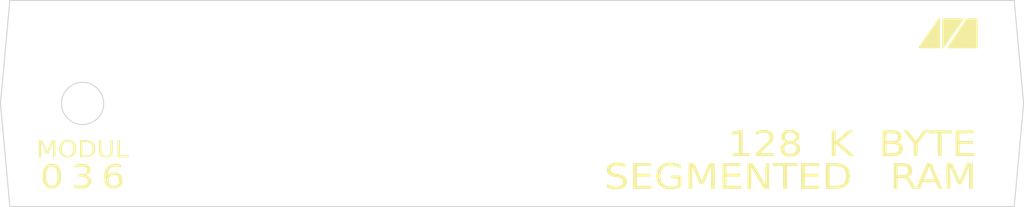
<source format=kicad_pcb>
(kicad_pcb (version 20221018) (generator pcbnew)

  (general
    (thickness 1.6)
  )

  (paper "A4")
  (layers
    (0 "F.Cu" signal)
    (31 "B.Cu" signal)
    (32 "B.Adhes" user "B.Adhesive")
    (33 "F.Adhes" user "F.Adhesive")
    (34 "B.Paste" user)
    (35 "F.Paste" user)
    (36 "B.SilkS" user "B.Silkscreen")
    (37 "F.SilkS" user "F.Silkscreen")
    (38 "B.Mask" user)
    (39 "F.Mask" user)
    (40 "Dwgs.User" user "User.Drawings")
    (41 "Cmts.User" user "User.Comments")
    (42 "Eco1.User" user "User.Eco1")
    (43 "Eco2.User" user "User.Eco2")
    (44 "Edge.Cuts" user)
    (45 "Margin" user)
    (46 "B.CrtYd" user "B.Courtyard")
    (47 "F.CrtYd" user "F.Courtyard")
    (48 "B.Fab" user)
    (49 "F.Fab" user)
    (50 "User.1" user)
    (51 "User.2" user)
    (52 "User.3" user)
    (53 "User.4" user)
    (54 "User.5" user)
    (55 "User.6" user)
    (56 "User.7" user)
    (57 "User.8" user)
    (58 "User.9" user)
  )

  (setup
    (pad_to_mask_clearance 0)
    (pcbplotparams
      (layerselection 0x00010fc_ffffffff)
      (plot_on_all_layers_selection 0x0001000_00000000)
      (disableapertmacros false)
      (usegerberextensions false)
      (usegerberattributes true)
      (usegerberadvancedattributes true)
      (creategerberjobfile true)
      (dashed_line_dash_ratio 12.000000)
      (dashed_line_gap_ratio 3.000000)
      (svgprecision 4)
      (plotframeref false)
      (viasonmask false)
      (mode 1)
      (useauxorigin false)
      (hpglpennumber 1)
      (hpglpenspeed 20)
      (hpglpendiameter 15.000000)
      (dxfpolygonmode true)
      (dxfimperialunits true)
      (dxfusepcbnewfont true)
      (psnegative true)
      (psa4output false)
      (plotreference true)
      (plotvalue true)
      (plotinvisibletext false)
      (sketchpadsonfab false)
      (subtractmaskfromsilk false)
      (outputformat 4)
      (mirror false)
      (drillshape 0)
      (scaleselection 1)
      (outputdirectory "")
    )
  )

  (net 0 "")

  (gr_poly
    (pts
      (xy 176.931567 95)
      (xy 179 92)
      (xy 179 95)
    )

    (stroke (width 0.2) (type solid)) (fill solid) (layer "F.SilkS") (tstamp 13a2fba1-5f64-4643-94be-207a2d8ab79d))
  (gr_poly
    (pts
      (xy 180 95)
      (xy 182 92)
      (xy 183 92)
      (xy 183 95)
    )

    (stroke (width 0.2) (type solid)) (fill solid) (layer "F.SilkS") (tstamp 148c807d-49be-466a-9d84-fd8bedc6e222))
  (gr_poly
    (pts
      (xy 181.5 92)
      (xy 179.431567 95)
      (xy 179.431567 92)
    )

    (stroke (width 0.2) (type solid)) (fill solid) (layer "F.SilkS") (tstamp 74454ff6-c9e6-4188-ae6c-43a916fde7b2))
  (gr_arc (start 90 101) (mid 85.5 101) (end 90 101)
    (stroke (width 0.1) (type default)) (layer "Edge.Cuts") (tstamp 237f5f34-63df-460a-b36c-574cf1bded52))
  (gr_line (start 187 90) (end 188 101)
    (stroke (width 0.1) (type default)) (layer "Edge.Cuts") (tstamp 307abc89-d8e3-4071-a4d8-1fb32e5b608c))
  (gr_line (start 188 101) (end 187 112)
    (stroke (width 0.1) (type default)) (layer "Edge.Cuts") (tstamp 34a7c6a5-aa59-4b97-9d15-43c9825324dd))
  (gr_line (start 187 112) (end 80 112)
    (stroke (width 0.1) (type default)) (layer "Edge.Cuts") (tstamp 4f7dbcd8-31fb-4a23-bf6a-d4e8faa599fa))
  (gr_line (start 80 90) (end 187 90)
    (stroke (width 0.1) (type default)) (layer "Edge.Cuts") (tstamp 5eb69c77-4c02-48d2-9936-1102676b5e11))
  (gr_line (start 80 112) (end 79 101)
    (stroke (width 0.1) (type default)) (layer "Edge.Cuts") (tstamp bb9f6c94-5497-4483-8dc5-74f2fc2fb68e))
  (gr_line (start 79 101) (end 80 90)
    (stroke (width 0.1) (type default)) (layer "Edge.Cuts") (tstamp eb9af65b-0e83-46f7-ad77-d53af8c875f8))
  (gr_text "128  K  BYTE" (at 183 105.5) (layer "F.SilkS") (tstamp 1077f421-1f86-4c7d-89d5-3b3cd05ce723)
    (effects (font (face "Helvetica") (size 2.7 3) (thickness 0.15)) (justify right))
    (render_cache "128  K  BYTE" 0
      (polygon
        (pts
          (xy 159.081542 103.961574)          (xy 158.792114 103.961574)          (xy 158.780817 104.001236)          (xy 158.769018 104.038661)
          (xy 158.756682 104.07392)          (xy 158.74377 104.107081)          (xy 158.730246 104.138215)          (xy 158.716072 104.167391)
          (xy 158.701212 104.194681)          (xy 158.685628 104.220153)          (xy 158.669283 104.243877)          (xy 158.65214 104.265924)
          (xy 158.615311 104.305265)          (xy 158.574843 104.338735)          (xy 158.530439 104.366892)          (xy 158.481801 104.390297)
          (xy 158.428634 104.409508)          (xy 158.400258 104.417716)          (xy 158.370638 104.425085)          (xy 158.339737 104.431686)
          (xy 158.307517 104.437588)          (xy 158.273942 104.442861)          (xy 158.238974 104.447575)          (xy 158.202576 104.4518)
          (xy 158.164711 104.455606)          (xy 158.125342 104.459062)          (xy 158.084431 104.46224)          (xy 158.041942 104.465208)
          (xy 157.997837 104.468036)          (xy 157.997837 104.733137)          (xy 158.687334 104.733137)          (xy 158.687334 106.6205)
          (xy 159.081542 106.6205)
        )
      )
      (polygon
        (pts
          (xy 160.46127 104.915147)          (xy 160.463887 104.877255)          (xy 160.467574 104.833806)          (xy 160.473092 104.785904)
          (xy 160.481202 104.734652)          (xy 160.486467 104.708115)          (xy 160.492666 104.681155)          (xy 160.499893 104.65391)
          (xy 160.508243 104.626518)          (xy 160.517813 104.599117)          (xy 160.528696 104.571844)          (xy 160.540988 104.544838)
          (xy 160.554784 104.518237)          (xy 160.57018 104.492179)          (xy 160.58727 104.466802)          (xy 160.60615 104.442244)
          (xy 160.626914 104.418643)          (xy 160.649658 104.396136)          (xy 160.674477 104.374863)          (xy 160.701465 104.354961)
          (xy 160.730719 104.336567)          (xy 160.762334 104.319821)          (xy 160.796403 104.30486)          (xy 160.833023 104.291822)
          (xy 160.872289 104.280845)          (xy 160.914296 104.272067)          (xy 160.959138 104.265626)          (xy 161.006911 104.26166)
          (xy 161.057711 104.260308)          (xy 161.097486 104.261086)          (xy 161.135633 104.263381)          (xy 161.172174 104.267133)
          (xy 161.207135 104.272282)          (xy 161.240538 104.278769)          (xy 161.272409 104.286533)          (xy 161.302771 104.295515)
          (xy 161.331648 104.305655)          (xy 161.359065 104.316894)          (xy 161.385044 104.329171)          (xy 161.432789 104.356602)
          (xy 161.475075 104.38747)          (xy 161.512094 104.421297)          (xy 161.544039 104.457605)          (xy 161.5711 104.495915)
          (xy 161.593472 104.535749)          (xy 161.611345 104.57663)          (xy 161.624911 104.618079)          (xy 161.634364 104.659617)
          (xy 161.639895 104.700767)          (xy 161.641696 104.741051)          (xy 161.641034 104.773003)          (xy 161.639068 104.803611)
          (xy 161.635822 104.832926)          (xy 161.631322 104.861003)          (xy 161.625593 104.887896)          (xy 161.618661 104.913657)
          (xy 161.601293 104.961999)          (xy 161.57942 105.006458)          (xy 161.553249 105.047462)          (xy 161.522984 105.085438)
          (xy 161.48883 105.120815)          (xy 161.450993 105.15402)          (xy 161.409677 105.185481)          (xy 161.365087 105.215627)
          (xy 161.317429 105.244885)          (xy 161.292513 105.259315)          (xy 161.266907 105.273683)          (xy 161.240636 105.288044)
          (xy 161.213726 105.30245)          (xy 161.186203 105.316955)          (xy 161.158092 105.331612)          (xy 161.129419 105.346476)
          (xy 161.100209 105.361599)          (xy 160.708932 105.56537)          (xy 160.672321 105.585165)          (xy 160.636418 105.605497)
          (xy 160.601249 105.626398)          (xy 160.56684 105.647899)          (xy 160.533217 105.670031)          (xy 160.500405 105.692826)
          (xy 160.468431 105.716314)          (xy 160.437319 105.740528)          (xy 160.407096 105.765498)          (xy 160.377788 105.791256)
          (xy 160.349419 105.817832)          (xy 160.322017 105.845259)          (xy 160.295607 105.873567)          (xy 160.270214 105.902788)
          (xy 160.245864 105.932953)          (xy 160.222584 105.964094)          (xy 160.200398 105.996241)          (xy 160.179333 106.029425)
          (xy 160.159414 106.063679)          (xy 160.140667 106.099034)          (xy 160.123118 106.13552)          (xy 160.106792 106.173168)
          (xy 160.091716 106.212012)          (xy 160.077916 106.25208)          (xy 160.065416 106.293406)          (xy 160.054242 106.336019)
          (xy 160.044421 106.379952)          (xy 160.035978 106.425235)          (xy 160.028939 106.4719)          (xy 160.02333 106.519978)
          (xy 160.019176 106.569501)          (xy 160.016504 106.6205)          (xy 162.036636 106.6205)          (xy 162.036636 106.307258)
          (xy 160.431961 106.307258)          (xy 160.438776 106.275804)          (xy 160.45055 106.239316)          (xy 160.461751 106.212472)
          (xy 160.476052 106.183807)          (xy 160.493811 106.15349)          (xy 160.515386 106.121687)          (xy 160.541137 106.088566)
          (xy 160.571422 106.054293)          (xy 160.606599 106.019036)          (xy 160.647027 105.982962)          (xy 160.669322 105.96467)
          (xy 160.693064 105.946237)          (xy 160.718298 105.927683)          (xy 160.745069 105.909029)          (xy 160.773421 105.890297)
          (xy 160.8034 105.871506)          (xy 160.83505 105.852678)          (xy 160.868416 105.833834)          (xy 160.903542 105.814994)
          (xy 160.940474 105.79618)          (xy 161.246755 105.645165)          (xy 161.28783 105.625343)          (xy 161.328317 105.605535)
          (xy 161.368169 105.585687)          (xy 161.40734 105.565746)          (xy 161.445781 105.545661)          (xy 161.483447 105.525379)
          (xy 161.520291 105.504846)          (xy 161.556264 105.48401)          (xy 161.591321 105.462819)          (xy 161.625414 105.441219)
          (xy 161.658497 105.419159)          (xy 161.690522 105.396586)          (xy 161.721443 105.373446)          (xy 161.751212 105.349688)
          (xy 161.779783 105.325258)          (xy 161.807109 105.300104)          (xy 161.833142 105.274174)          (xy 161.857837 105.247414)
          (xy 161.881145 105.219773)          (xy 161.903019 105.191196)          (xy 161.923414 105.161633)          (xy 161.942281 105.131029)
          (xy 161.959575 105.099333)          (xy 161.975247 105.066492)          (xy 161.989252 105.032453)          (xy 162.001542 104.997164)
          (xy 162.012069 104.960571)          (xy 162.020788 104.922623)          (xy 162.027651 104.883266)          (xy 162.032612 104.842448)
          (xy 162.035622 104.800116)          (xy 162.036636 104.756218)          (xy 162.035439 104.710307)          (xy 162.031887 104.66557)
          (xy 162.026035 104.622026)          (xy 162.017942 104.579693)          (xy 162.007664 104.538589)          (xy 161.995258 104.498734)
          (xy 161.980781 104.460146)          (xy 161.964291 104.422843)          (xy 161.945844 104.386844)          (xy 161.925497 104.352168)
          (xy 161.903308 104.318833)          (xy 161.879333 104.286858)          (xy 161.853629 104.256262)          (xy 161.826254 104.227063)
          (xy 161.797265 104.199279)          (xy 161.766717 104.17293)          (xy 161.73467 104.148033)          (xy 161.701178 104.124608)
          (xy 161.666301 104.102673)          (xy 161.630094 104.082247)          (xy 161.592614 104.063348)          (xy 161.553919 104.045994)
          (xy 161.514066 104.030206)          (xy 161.473111 104.016)          (xy 161.431112 104.003396)          (xy 161.388125 103.992412)
          (xy 161.344208 103.983067)          (xy 161.299418 103.975379)          (xy 161.253812 103.969367)          (xy 161.207446 103.96505)
          (xy 161.160379 103.962446)          (xy 161.112666 103.961574)          (xy 161.08163 103.96185)          (xy 161.048556 103.962763)
          (xy 161.013641 103.96444)          (xy 160.977085 103.967007)          (xy 160.939085 103.970591)          (xy 160.89984 103.975319)
          (xy 160.859547 103.981318)          (xy 160.818406 103.988715)          (xy 160.776615 103.997636)          (xy 160.734371 104.008208)
          (xy 160.691874 104.020558)          (xy 160.649321 104.034812)          (xy 160.60691 104.051099)          (xy 160.564841 104.069543)
          (xy 160.523311 104.090272)          (xy 160.482519 104.113414)          (xy 160.442663 104.139094)          (xy 160.403941 104.167439)
          (xy 160.366551 104.198577)          (xy 160.330693 104.232634)          (xy 160.296563 104.269736)          (xy 160.264361 104.310011)
          (xy 160.234285 104.353586)          (xy 160.206532 104.400586)          (xy 160.181302 104.45114)          (xy 160.158793 104.505373)
          (xy 160.139203 104.563413)          (xy 160.122729 104.625386)          (xy 160.109572 104.691419)          (xy 160.099928 104.761639)
          (xy 160.093996 104.836173)          (xy 160.091975 104.915147)
        )
      )
      (polygon
        (pts
          (xy 164.306629 104.654003)          (xy 164.305874 104.624167)          (xy 164.303589 104.594062)          (xy 164.29975 104.56377)
          (xy 164.29433 104.533369)          (xy 164.287304 104.502938)          (xy 164.278644 104.472559)          (xy 164.268326 104.44231)
          (xy 164.256323 104.412271)          (xy 164.242609 104.382522)          (xy 164.227158 104.353142)          (xy 164.209944 104.324212)
          (xy 164.190941 104.29581)          (xy 164.170123 104.268017)          (xy 164.147464 104.240912)          (xy 164.122938 104.214575)
          (xy 164.096519 104.189086)          (xy 164.068181 104.164525)          (xy 164.037898 104.14097)          (xy 164.005643 104.118502)
          (xy 163.971392 104.097201)          (xy 163.935117 104.077145)          (xy 163.896793 104.058416)          (xy 163.856393 104.041092)
          (xy 163.813892 104.025253)          (xy 163.769264 104.010979)          (xy 163.722483 103.99835)          (xy 163.673522 103.987445)
          (xy 163.622355 103.978344)          (xy 163.568958 103.971127)          (xy 163.513302 103.965873)          (xy 163.455363 103.962662)
          (xy 163.395115 103.961574)          (xy 163.330467 103.962894)          (xy 163.268785 103.966775)          (xy 163.210011 103.973103)
          (xy 163.154083 103.981761)          (xy 163.100942 103.992634)          (xy 163.050529 104.005605)          (xy 163.002782 104.020559)
          (xy 162.957642 104.037381)          (xy 162.915049 104.055953)          (xy 162.874943 104.076162)          (xy 162.837264 104.09789)
          (xy 162.801953 104.121022)          (xy 162.768948 104.145442)          (xy 162.738191 104.171035)          (xy 162.709621 104.197684)
          (xy 162.683178 104.225274)          (xy 162.658802 104.253689)          (xy 162.636433 104.282813)          (xy 162.616012 104.31253)
          (xy 162.597478 104.342725)          (xy 162.580772 104.373282)          (xy 162.565833 104.404085)          (xy 162.552601 104.435018)
          (xy 162.541017 104.465965)          (xy 162.53102 104.496811)          (xy 162.522551 104.527439)          (xy 162.515549 104.557735)
          (xy 162.509955 104.587582)          (xy 162.505708 104.616864)          (xy 162.502749 104.645466)          (xy 162.501017 104.673271)
          (xy 162.500453 104.700165)          (xy 162.502169 104.747067)          (xy 162.507273 104.79229)          (xy 162.515702 104.835794)
          (xy 162.527393 104.877538)          (xy 162.542282 104.917481)          (xy 162.560307 104.955583)          (xy 162.581403 104.991803)
          (xy 162.605508 105.026101)          (xy 162.632559 105.058435)          (xy 162.662491 105.088767)          (xy 162.695242 105.117054)
          (xy 162.730748 105.143257)          (xy 162.768946 105.167334)          (xy 162.809772 105.189246)          (xy 162.853164 105.208952)
          (xy 162.899058 105.22641)          (xy 162.87029 105.237319)          (xy 162.842248 105.248781)          (xy 162.814943 105.2608)
          (xy 162.788387 105.273381)          (xy 162.762594 105.286528)          (xy 162.713343 105.314538)          (xy 162.667288 105.344864)
          (xy 162.624528 105.377541)          (xy 162.585163 105.412604)          (xy 162.54929 105.450089)          (xy 162.517008 105.490028)
          (xy 162.488416 105.532458)          (xy 162.463613 105.577414)          (xy 162.442698 105.624929)          (xy 162.425769 105.675038)
          (xy 162.418831 105.701077)          (xy 162.412926 105.727778)          (xy 162.408067 105.755144)          (xy 162.404266 105.783181)
          (xy 162.401536 105.811893)          (xy 162.399889 105.841284)          (xy 162.399337 105.871358)          (xy 162.399586 105.91134)
          (xy 162.400491 105.942087)          (xy 162.402505 105.975714)          (xy 162.406069 106.011882)          (xy 162.411629 106.050254)
          (xy 162.419627 106.090491)          (xy 162.430506 106.132256)          (xy 162.444709 106.175209)          (xy 162.462681 106.219014)
          (xy 162.484864 106.263331)          (xy 162.511701 106.307824)          (xy 162.543636 106.352153)          (xy 162.561654 106.374151)
          (xy 162.581112 106.395981)          (xy 162.602067 106.417601)          (xy 162.624573 106.438969)          (xy 162.648686 106.460043)
          (xy 162.674461 106.48078)          (xy 162.701954 106.501138)          (xy 162.746885 106.530813)          (xy 162.79326 106.557606)
          (xy 162.840753 106.581653)          (xy 162.88904 106.603086)          (xy 162.937795 106.622038)          (xy 162.986692 106.638642)
          (xy 163.035407 106.653033)          (xy 163.083614 106.665342)          (xy 163.130988 106.675705)          (xy 163.177204 106.684253)
          (xy 163.221937 106.69112)          (xy 163.264861 106.69644)          (xy 163.305651 106.700345)          (xy 163.343983 106.70297)
          (xy 163.37953 106.704447)          (xy 163.411968 106.70491)          (xy 163.476143 106.703716)          (xy 163.538025 106.700184)
          (xy 163.597631 106.694387)          (xy 163.654977 106.686396)          (xy 163.710081 106.676285)          (xy 163.762959 106.664126)
          (xy 163.813627 106.649993)          (xy 163.862104 106.633957)          (xy 163.908404 106.616091)          (xy 163.952546 106.596468)
          (xy 163.994545 106.575162)          (xy 164.034419 106.552243)          (xy 164.072185 106.527786)          (xy 164.107859 106.501863)
          (xy 164.141457 106.474546)          (xy 164.172998 106.445909)          (xy 164.202497 106.416023)          (xy 164.229971 106.384962)
          (xy 164.255438 106.352798)          (xy 164.278913 106.319605)          (xy 164.300414 106.285454)          (xy 164.319957 106.250418)
          (xy 164.337559 106.214571)          (xy 164.353238 106.177984)          (xy 164.367009 106.140731)          (xy 164.378889 106.102884)
          (xy 164.388896 106.064516)          (xy 164.397045 106.025699)          (xy 164.403355 105.986506)          (xy 164.407841 105.947011)
          (xy 164.41052 105.907285)          (xy 164.41141 105.867401)          (xy 164.410374 105.828889)          (xy 164.40704 105.788514)
          (xy 164.401068 105.746624)          (xy 164.392118 105.703568)          (xy 164.379849 105.659692)          (xy 164.363921 105.615345)
          (xy 164.343994 105.570874)          (xy 164.319727 105.526627)          (xy 164.29078 105.482953)          (xy 164.256814 105.440197)
          (xy 164.237842 105.419273)          (xy 164.217487 105.39871)          (xy 164.195707 105.37855)          (xy 164.17246 105.358837)
          (xy 164.147702 105.339615)          (xy 164.121392 105.320927)          (xy 164.093486 105.302817)          (xy 164.063943 105.285328)
          (xy 164.032719 105.268504)          (xy 163.999773 105.252388)          (xy 163.965061 105.237023)          (xy 163.928541 105.222453)
          (xy 163.968014 105.203701)          (xy 163.996873 105.188995)          (xy 164.027144 105.172159)          (xy 164.058291 105.15288)
          (xy 164.089781 105.130844)          (xy 164.121078 105.105736)          (xy 164.151649 105.077243)          (xy 164.180959 105.04505)
          (xy 164.208473 105.008845)          (xy 164.233657 104.968312)          (xy 164.255976 104.923138)          (xy 164.274896 104.873009)
          (xy 164.282914 104.845988)          (xy 164.289882 104.81761)          (xy 164.295733 104.787837)          (xy 164.3004 104.756629)
          (xy 164.303816 104.723947)          (xy 164.305915 104.689751)
        )
          (pts
            (xy 163.403175 105.388636)            (xy 163.434525 105.389101)            (xy 163.465487 105.390501)            (xy 163.496021 105.392844)
            (xy 163.526089 105.396136)            (xy 163.555649 105.400387)            (xy 163.584662 105.405603)            (xy 163.640888 105.418961)
            (xy 163.694448 105.436272)            (xy 163.745023 105.457597)            (xy 163.792294 105.482997)            (xy 163.835943 105.512532)
            (xy 163.87565 105.546263)            (xy 163.911098 105.584251)            (xy 163.941966 105.626558)            (xy 163.967937 105.673243)
            (xy 163.978986 105.698247)            (xy 163.988692 105.724368)            (xy 163.997013 105.751614)            (xy 164.003911 105.779994)
            (xy 164.009345 105.809513)            (xy 164.013276 105.840181)            (xy 164.015664 105.872004)            (xy 164.016469 105.90499)
            (xy 164.015534 105.942924)            (xy 164.012774 105.978983)            (xy 164.00826 106.013208)            (xy 164.002059 106.045646)
            (xy 163.994241 106.07634)            (xy 163.984876 106.105333)            (xy 163.974032 106.132671)            (xy 163.961778 106.158396)
            (xy 163.948183 106.182554)            (xy 163.917248 106.226343)            (xy 163.881781 106.264389)            (xy 163.842332 106.297045)
            (xy 163.799456 106.324664)            (xy 163.753706 106.347598)            (xy 163.705633 106.366201)            (xy 163.65579 106.380824)
            (xy 163.604731 106.39182)            (xy 163.553008 106.399542)            (xy 163.501174 106.404342)            (xy 163.449782 106.406573)
            (xy 163.424424 106.406836)            (xy 163.377554 106.405919)            (xy 163.332943 106.403222)            (xy 163.290541 106.398821)
            (xy 163.250297 106.392794)            (xy 163.21216 106.385219)            (xy 163.17608 106.376172)            (xy 163.142007 106.365732)
            (xy 163.109889 106.353976)            (xy 163.079676 106.340982)            (xy 163.051318 106.326827)            (xy 163.024765 106.311588)
            (xy 162.999964 106.295344)            (xy 162.976866 106.278171)            (xy 162.955421 106.260148)            (xy 162.917284 106.221859)
            (xy 162.88515 106.181096)            (xy 162.858613 106.138481)            (xy 162.837269 106.094633)            (xy 162.820713 106.050173)
            (xy 162.808541 106.005721)            (xy 162.800347 105.961896)            (xy 162.795728 105.91932)            (xy 162.794278 105.878612)
            (xy 162.796551 105.832791)            (xy 162.803401 105.787315)            (xy 162.814868 105.742544)            (xy 162.830994 105.698838)
            (xy 162.851822 105.656558)            (xy 162.877392 105.616065)            (xy 162.907748 105.577718)            (xy 162.94293 105.541877)
            (xy 162.982981 105.508904)            (xy 163.027942 105.479158)            (xy 163.077856 105.453)            (xy 163.104683 105.441379)
            (xy 163.132764 105.43079)            (xy 163.162104 105.421278)            (xy 163.192708 105.412888)            (xy 163.224582 105.405666)
            (xy 163.25773 105.399655)            (xy 163.292158 105.394902)            (xy 163.327872 105.391451)            (xy 163.364876 105.389347)
          )
          (pts
            (xy 163.399511 105.101114)            (xy 163.349395 105.09928)            (xy 163.300108 105.093836)            (xy 163.251982 105.084865)
            (xy 163.20535 105.072448)            (xy 163.160542 105.05667)            (xy 163.11789 105.037613)            (xy 163.077727 105.01536)
            (xy 163.040383 104.989995)            (xy 163.00619 104.961601)            (xy 162.975481 104.93026)            (xy 162.948586 104.896057)
            (xy 162.925837 104.859073)            (xy 162.907566 104.819392)            (xy 162.894105 104.777097)            (xy 162.885785 104.732271)
            (xy 162.882938 104.684997)            (xy 162.884112 104.651646)            (xy 162.887834 104.616953)            (xy 162.894399 104.581401)
            (xy 162.904107 104.545471)            (xy 162.917253 104.509645)            (xy 162.934136 104.474405)            (xy 162.955052 104.440234)
            (xy 162.980299 104.407614)            (xy 163.010174 104.377025)            (xy 163.044975 104.348952)            (xy 163.084999 104.323874)
            (xy 163.130543 104.302276)            (xy 163.181904 104.284638)            (xy 163.23938 104.271442)            (xy 163.270504 104.266661)
            (xy 163.303268 104.263172)            (xy 163.33771 104.261034)            (xy 163.373866 104.260308)            (xy 163.413544 104.260999)
            (xy 163.451409 104.263036)            (xy 163.487496 104.266361)            (xy 163.521841 104.270917)            (xy 163.554482 104.276646)
            (xy 163.585454 104.28349)            (xy 163.614793 104.291393)            (xy 163.642537 104.300297)            (xy 163.693382 104.32088)
            (xy 163.73828 104.344778)            (xy 163.777521 104.371535)            (xy 163.811396 104.400689)            (xy 163.840197 104.431784)
            (xy 163.864214 104.464359)            (xy 163.883739 104.497956)            (xy 163.899061 104.532117)            (xy 163.910471 104.566381)
            (xy 163.918262 104.600292)            (xy 163.922723 104.633389)            (xy 163.924145 104.665213)            (xy 163.921755 104.710862)
            (xy 163.914675 104.754944)            (xy 163.903043 104.797271)            (xy 163.886993 104.837651)            (xy 163.866664 104.875894)
            (xy 163.84219 104.91181)            (xy 163.813708 104.945209)            (xy 163.781355 104.975899)            (xy 163.745266 105.003692)
            (xy 163.705579 105.028397)            (xy 163.662429 105.049823)            (xy 163.615953 105.06778)            (xy 163.566286 105.082078)
            (xy 163.513567 105.092527)            (xy 163.45793 105.098935)
          )
      )
      (polygon
        (pts
          (xy 167.632484 105.672862)          (xy 168.107292 105.266637)          (xy 169.161689 106.6205)          (xy 169.690719 106.6205)
          (xy 168.401116 105.010768)          (xy 169.657013 103.919369)          (xy 169.094278 103.919369)          (xy 167.632484 105.229048)
          (xy 167.632484 103.919369)          (xy 167.225087 103.919369)          (xy 167.225087 106.6205)          (xy 167.632484 106.6205)
        )
      )
      (polygon
        (pts
          (xy 172.349058 106.6205)          (xy 173.64672 106.6205)          (xy 173.70839 106.619436)          (xy 173.768235 106.616283)
          (xy 173.826247 106.611095)          (xy 173.882417 106.603927)          (xy 173.936735 106.594833)          (xy 173.989194 106.583867)
          (xy 174.039785 106.571086)          (xy 174.088498 106.556543)          (xy 174.135326 106.540292)          (xy 174.180259 106.52239)
          (xy 174.223288 106.50289)          (xy 174.264406 106.481848)          (xy 174.303603 106.459317)          (xy 174.34087 106.435353)
          (xy 174.3762 106.41001)          (xy 174.409582 106.383343)          (xy 174.441009 106.355406)          (xy 174.470471 106.326256)
          (xy 174.497961 106.295945)          (xy 174.523468 106.264529)          (xy 174.546986 106.232062)          (xy 174.568503 106.1986)
          (xy 174.588013 106.164196)          (xy 174.605507 106.128906)          (xy 174.620975 106.092785)          (xy 174.634409 106.055886)
          (xy 174.6458 106.018265)          (xy 174.655139 105.979976)          (xy 174.662418 105.941075)          (xy 174.667629 105.901615)
          (xy 174.670761 105.861651)          (xy 174.671807 105.821239)          (xy 174.670801 105.778761)          (xy 174.667842 105.738217)
          (xy 174.663023 105.699554)          (xy 174.656436 105.66272)          (xy 174.648171 105.627662)          (xy 174.638321 105.594329)
          (xy 174.626977 105.562667)          (xy 174.614231 105.532624)          (xy 174.600174 105.504149)          (xy 174.584899 105.477187)
          (xy 174.568496 105.451688)          (xy 174.551057 105.427598)          (xy 174.532675 105.404866)          (xy 174.51344 105.383438)
          (xy 174.493445 105.363263)          (xy 174.47278 105.344288)          (xy 174.42981 105.309728)          (xy 174.385263 105.279339)
          (xy 174.339873 105.252702)          (xy 174.294372 105.229398)          (xy 174.249494 105.209008)          (xy 174.205971 105.191111)
          (xy 174.164537 105.17529)          (xy 174.125925 105.161124)          (xy 174.15622 105.14777)          (xy 174.185029 105.133818)
          (xy 174.212388 105.119303)          (xy 174.23833 105.104255)          (xy 174.262889 105.088709)          (xy 174.307998 105.05625)
          (xy 174.347988 105.022188)          (xy 174.383137 104.986785)          (xy 174.413717 104.950302)          (xy 174.440003 104.913002)
          (xy 174.462271 104.875146)          (xy 174.480796 104.836995)          (xy 174.495851 104.798812)          (xy 174.507712 104.760859)
          (xy 174.516653 104.723397)          (xy 174.52295 104.686688)          (xy 174.526877 104.650993)          (xy 174.528709 104.616576)
          (xy 174.528925 104.599927)          (xy 174.528076 104.565716)          (xy 174.525529 104.531861)          (xy 174.521289 104.498411)
          (xy 174.515358 104.465414)          (xy 174.50774 104.432917)          (xy 174.498438 104.400968)          (xy 174.487455 104.369615)
          (xy 174.474795 104.338906)          (xy 174.46046 104.308889)          (xy 174.444454 104.279611)          (xy 174.42678 104.251121)
          (xy 174.407441 104.223466)          (xy 174.386441 104.196693)          (xy 174.363782 104.170852)          (xy 174.339469 104.145988)
          (xy 174.313503 104.122152)          (xy 174.285889 104.099389)          (xy 174.256629 104.077748)          (xy 174.225727 104.057278)
          (xy 174.193187 104.038025)          (xy 174.15901 104.020037)          (xy 174.123201 104.003363)          (xy 174.085763 103.988049)
          (xy 174.046698 103.974145)          (xy 174.006011 103.961697)          (xy 173.963704 103.950754)          (xy 173.91978 103.941364)
          (xy 173.874244 103.933573)          (xy 173.827097 103.927431)          (xy 173.778344 103.922984)          (xy 173.727987 103.920281)
          (xy 173.676029 103.919369)          (xy 172.349058 103.919369)
        )
          (pts
            (xy 172.756455 104.23327)            (xy 173.495778 104.23327)            (xy 173.537478 104.233686)            (xy 173.57755 104.234931)
            (xy 173.616013 104.236997)            (xy 173.652887 104.239879)            (xy 173.688192 104.243569)            (xy 173.721949 104.248063)
            (xy 173.754177 104.253352)            (xy 173.784897 104.259432)            (xy 173.814127 104.266295)            (xy 173.868203 104.282345)
            (xy 173.916563 104.301452)            (xy 173.959368 104.323565)            (xy 173.996778 104.348633)            (xy 174.028953 104.376603)
            (xy 174.056053 104.407426)            (xy 174.078237 104.44105)            (xy 174.095666 104.477424)            (xy 174.1085 104.516496)
            (xy 174.116898 104.558215)            (xy 174.12102 104.602531)            (xy 174.121528 104.625646)            (xy 174.120829 104.655841)
            (xy 174.118742 104.684741)            (xy 174.115284 104.712367)            (xy 174.11047 104.738741)            (xy 174.096842 104.787825)
            (xy 174.077988 104.832169)            (xy 174.054038 104.871949)            (xy 174.025121 104.907343)            (xy 173.991368 104.938527)
            (xy 173.952909 104.965678)            (xy 173.909873 104.988972)            (xy 173.86239 105.008588)            (xy 173.81059 105.0247)
            (xy 173.754603 105.037486)            (xy 173.72508 105.042688)            (xy 173.694559 105.047124)            (xy 173.663056 105.050817)
            (xy 173.630587 105.053789)            (xy 173.597169 105.056062)            (xy 173.562818 105.057658)            (xy 173.52755 105.058599)
            (xy 173.491382 105.058908)            (xy 172.756455 105.058908)
          )
          (pts
            (xy 172.756455 105.357642)            (xy 173.558793 105.357642)            (xy 173.589956 105.357871)            (xy 173.621296 105.358586)
            (xy 173.652736 105.359829)            (xy 173.684201 105.361642)            (xy 173.715613 105.364067)            (xy 173.746895 105.367144)
            (xy 173.777972 105.370917)            (xy 173.808768 105.375427)            (xy 173.839204 105.380715)            (xy 173.869206 105.386823)
            (xy 173.898696 105.393794)            (xy 173.927598 105.401668)            (xy 173.955836 105.410489)            (xy 173.983333 105.420296)
            (xy 174.035799 105.443041)            (xy 174.084383 105.470238)            (xy 174.128475 105.50222)            (xy 174.167461 105.539322)
            (xy 174.200732 105.581877)            (xy 174.215032 105.605305)            (xy 174.227673 105.630221)            (xy 174.23858 105.656669)
            (xy 174.247675 105.684688)            (xy 174.254882 105.714322)            (xy 174.260124 105.745611)            (xy 174.263326 105.778599)
            (xy 174.26441 105.813326)            (xy 174.263781 105.841258)            (xy 174.261896 105.868537)            (xy 174.258754 105.895148)
            (xy 174.248705 105.946305)            (xy 174.233644 105.994604)            (xy 174.213578 106.039923)            (xy 174.188513 106.082141)
            (xy 174.158458 106.121133)            (xy 174.12342 106.156778)            (xy 174.083406 106.188952)            (xy 174.038425 106.217533)
            (xy 173.988483 106.242399)            (xy 173.961654 106.2534)            (xy 173.933588 106.263426)            (xy 173.904286 106.272461)
            (xy 173.873748 106.280492)            (xy 173.841976 106.287501)            (xy 173.80897 106.293474)            (xy 173.774731 106.298395)
            (xy 173.739261 106.30225)            (xy 173.702561 106.305022)            (xy 173.66463 106.306696)            (xy 173.625471 106.307258)
            (xy 172.756455 106.307258)
          )
      )
      (polygon
        (pts
          (xy 176.441347 105.533717)          (xy 177.580007 103.919369)          (xy 177.100802 103.919369)          (xy 176.23545 105.217837)
          (xy 175.37083 103.919369)          (xy 174.896022 103.919369)          (xy 176.03395 105.533717)          (xy 176.03395 106.6205)
          (xy 176.441347 106.6205)
        )
      )
      (polygon
        (pts
          (xy 177.695045 104.244481)          (xy 178.715736 104.244481)          (xy 178.715736 106.6205)          (xy 179.123133 106.6205)
          (xy 179.123133 104.244481)          (xy 180.143824 104.244481)          (xy 180.143824 103.919369)          (xy 177.695045 103.919369)
        )
      )
      (polygon
        (pts
          (xy 182.788241 106.296047)          (xy 180.969609 106.296047)          (xy 180.969609 105.39655)          (xy 182.619714 105.39655)
          (xy 182.619714 105.072098)          (xy 180.969609 105.072098)          (xy 180.969609 104.244481)          (xy 182.758932 104.244481)
          (xy 182.758932 103.919369)          (xy 180.561479 103.919369)          (xy 180.561479 106.6205)          (xy 182.788241 106.6205)
        )
      )
    )
  )
  (gr_text "0 3 6" (at 87.75 109) (layer "F.SilkS") (tstamp 686d3775-420a-4787-a984-7f0fe908f8a7)
    (effects (font (face "Helvetica") (size 2.5 2.8) (thickness 0.15)))
    (render_cache "0 3 6" 0
      (polygon
        (pts
          (xy 85.973963 108.846205)          (xy 85.9735 108.797272)          (xy 85.97205 108.747108)          (xy 85.969524 108.695896)
          (xy 85.965834 108.643819)          (xy 85.960891 108.591058)          (xy 85.954606 108.537798)          (xy 85.94689 108.484219)
          (xy 85.937654 108.430506)          (xy 85.926809 108.376839)          (xy 85.914266 108.323403)          (xy 85.899936 108.27038)
          (xy 85.883731 108.217951)          (xy 85.865562 108.1663)          (xy 85.845339 108.11561)          (xy 85.822974 108.066062)
          (xy 85.798377 108.01784)          (xy 85.771461 107.971126)          (xy 85.742135 107.926103)          (xy 85.710312 107.882952)
          (xy 85.675901 107.841858)          (xy 85.638815 107.803001)          (xy 85.598964 107.766566)          (xy 85.55626 107.732734)
          (xy 85.510613 107.701689)          (xy 85.461935 107.673612)          (xy 85.410137 107.648686)          (xy 85.355129 107.627094)
          (xy 85.296823 107.609018)          (xy 85.235131 107.594642)          (xy 85.169962 107.584147)          (xy 85.101229 107.577716)
          (xy 85.028841 107.575532)          (xy 84.956456 107.577716)          (xy 84.887728 107.584147)          (xy 84.822569 107.594642)
          (xy 84.760889 107.609018)          (xy 84.702598 107.627094)          (xy 84.647609 107.648686)          (xy 84.595831 107.673612)
          (xy 84.547176 107.701689)          (xy 84.501554 107.732734)          (xy 84.458877 107.766566)          (xy 84.419054 107.803001)
          (xy 84.381998 107.841858)          (xy 84.347618 107.882952)          (xy 84.315826 107.926103)          (xy 84.286532 107.971126)
          (xy 84.259647 108.01784)          (xy 84.235083 108.066062)          (xy 84.212749 108.11561)          (xy 84.192558 108.1663)
          (xy 84.174419 108.217951)          (xy 84.158243 108.27038)          (xy 84.143942 108.323403)          (xy 84.131426 108.376839)
          (xy 84.120606 108.430506)          (xy 84.111393 108.484219)          (xy 84.103697 108.537798)          (xy 84.09743 108.591058)
          (xy 84.092503 108.643819)          (xy 84.088825 108.695896)          (xy 84.086309 108.747108)          (xy 84.084865 108.797272)
          (xy 84.084403 108.846205)          (xy 84.084865 108.895081)          (xy 84.086309 108.945188)          (xy 84.088825 108.996343)
          (xy 84.092503 109.048364)          (xy 84.09743 109.101068)          (xy 84.103697 109.154273)          (xy 84.111393 109.207797)
          (xy 84.120606 109.261456)          (xy 84.131426 109.315069)          (xy 84.143942 109.368453)          (xy 84.158243 109.421426)
          (xy 84.174419 109.473804)          (xy 84.192558 109.525406)          (xy 84.212749 109.57605)          (xy 84.235083 109.625552)
          (xy 84.259647 109.67373)          (xy 84.286532 109.720402)          (xy 84.315826 109.765386)          (xy 84.347618 109.808498)
          (xy 84.381998 109.849557)          (xy 84.419054 109.888379)          (xy 84.458877 109.924783)          (xy 84.501554 109.958586)
          (xy 84.547176 109.989605)          (xy 84.595831 110.017658)          (xy 84.647609 110.042563)          (xy 84.702598 110.064137)
          (xy 84.760889 110.082198)          (xy 84.822569 110.096563)          (xy 84.887728 110.107049)          (xy 84.956456 110.113475)
          (xy 85.028841 110.115657)          (xy 85.101229 110.113475)          (xy 85.169962 110.107049)          (xy 85.235131 110.096563)
          (xy 85.296823 110.082198)          (xy 85.355129 110.064137)          (xy 85.410137 110.042563)          (xy 85.461935 110.017658)
          (xy 85.510613 109.989605)          (xy 85.55626 109.958586)          (xy 85.598964 109.924783)          (xy 85.638815 109.888379)
          (xy 85.675901 109.849557)          (xy 85.710312 109.808498)          (xy 85.742135 109.765386)          (xy 85.771461 109.720402)
          (xy 85.798377 109.67373)          (xy 85.822974 109.625552)          (xy 85.845339 109.57605)          (xy 85.865562 109.525406)
          (xy 85.883731 109.473804)          (xy 85.899936 109.421426)          (xy 85.914266 109.368453)          (xy 85.926809 109.315069)
          (xy 85.937654 109.261456)          (xy 85.94689 109.207797)          (xy 85.954606 109.154273)          (xy 85.960891 109.101068)
          (xy 85.965834 109.048364)          (xy 85.969524 108.996343)          (xy 85.97205 108.945188)          (xy 85.9735 108.895081)
        )
          (pts
            (xy 85.605352 108.846205)            (xy 85.604822 108.903583)            (xy 85.603228 108.959496)            (xy 85.600563 109.013921)
            (xy 85.596821 109.066833)            (xy 85.591996 109.118211)            (xy 85.58608 109.168029)            (xy 85.579069 109.216266)
            (xy 85.570955 109.262897)            (xy 85.561732 109.307899)            (xy 85.551394 109.351249)            (xy 85.539934 109.392924)
            (xy 85.527346 109.432899)            (xy 85.513623 109.471153)            (xy 85.49876 109.507661)            (xy 85.482749 109.5424)
            (xy 85.465584 109.575346)            (xy 85.44726 109.606477)            (xy 85.427769 109.635769)            (xy 85.407105 109.663198)
            (xy 85.385262 109.688741)            (xy 85.362233 109.712376)            (xy 85.338012 109.734077)            (xy 85.312593 109.753823)
            (xy 85.285969 109.77159)            (xy 85.258135 109.787353)            (xy 85.229082 109.801091)            (xy 85.198806 109.81278)
            (xy 85.167299 109.822395)            (xy 85.134556 109.829915)            (xy 85.100569 109.835315)            (xy 85.065333 109.838572)
            (xy 85.028841 109.839663)            (xy 84.992349 109.838572)            (xy 84.957114 109.835315)            (xy 84.923127 109.829915)
            (xy 84.890384 109.822395)            (xy 84.858877 109.81278)            (xy 84.828601 109.801091)            (xy 84.799548 109.787353)
            (xy 84.771713 109.77159)            (xy 84.745089 109.753823)            (xy 84.71967 109.734077)            (xy 84.69545 109.712376)
            (xy 84.672421 109.688741)            (xy 84.650578 109.663198)            (xy 84.629914 109.635769)            (xy 84.610423 109.606477)
            (xy 84.592098 109.575346)            (xy 84.574934 109.5424)            (xy 84.558923 109.507661)            (xy 84.54406 109.471153)
            (xy 84.530337 109.432899)            (xy 84.517749 109.392924)            (xy 84.506289 109.351249)            (xy 84.49595 109.307899)
            (xy 84.486728 109.262897)            (xy 84.478614 109.216266)            (xy 84.471602 109.168029)            (xy 84.465687 109.118211)
            (xy 84.460862 109.066833)            (xy 84.45712 109.013921)            (xy 84.454455 108.959496)            (xy 84.45286 108.903583)
            (xy 84.45233 108.846205)            (xy 84.45286 108.788771)            (xy 84.454455 108.732806)            (xy 84.45712 108.678333)
            (xy 84.460862 108.625375)            (xy 84.465687 108.573956)            (xy 84.471602 108.524098)            (xy 84.478614 108.475825)
            (xy 84.486728 108.42916)            (xy 84.49595 108.384127)            (xy 84.506289 108.340749)            (xy 84.517749 108.299048)
            (xy 84.530337 108.259049)            (xy 84.54406 108.220774)            (xy 84.558923 108.184247)            (xy 84.574934 108.149491)
            (xy 84.592098 108.11653)            (xy 84.610423 108.085385)            (xy 84.629914 108.056082)            (xy 84.650578 108.028642)
            (xy 84.672421 108.00309)            (xy 84.69545 107.979449)            (xy 84.71967 107.957741)            (xy 84.745089 107.93799)
            (xy 84.771713 107.920219)            (xy 84.799548 107.904452)            (xy 84.828601 107.890712)            (xy 84.858877 107.879022)
            (xy 84.890384 107.869405)            (xy 84.923127 107.861885)            (xy 84.957114 107.856485)            (xy 84.992349 107.853228)
            (xy 85.028841 107.852137)            (xy 85.065333 107.853228)            (xy 85.100569 107.856485)            (xy 85.134556 107.861885)
            (xy 85.167299 107.869405)            (xy 85.198806 107.879022)            (xy 85.229082 107.890712)            (xy 85.258135 107.904452)
            (xy 85.285969 107.920219)            (xy 85.312593 107.93799)            (xy 85.338012 107.957741)            (xy 85.362233 107.979449)
            (xy 85.385262 108.00309)            (xy 85.407105 108.028642)            (xy 85.427769 108.056082)            (xy 85.44726 108.085385)
            (xy 85.465584 108.11653)            (xy 85.482749 108.149491)            (xy 85.49876 108.184247)            (xy 85.513623 108.220774)
            (xy 85.527346 108.259049)            (xy 85.539934 108.299048)            (xy 85.551394 108.340749)            (xy 85.561732 108.384127)
            (xy 85.570955 108.42916)            (xy 85.579069 108.475825)            (xy 85.58608 108.524098)            (xy 85.591996 108.573956)
            (xy 85.596821 108.625375)            (xy 85.600563 108.678333)            (xy 85.603228 108.732806)            (xy 85.604822 108.788771)
          )
      )
      (polygon
        (pts
          (xy 87.539365 108.907876)          (xy 87.568214 108.907538)          (xy 87.597632 108.906717)          (xy 87.62732 108.905703)
          (xy 87.656981 108.904785)          (xy 87.686318 108.904254)          (xy 87.695973 108.904213)          (xy 87.741961 108.904753)
          (xy 87.791139 108.906705)          (xy 87.842657 108.910564)          (xy 87.895666 108.916826)          (xy 87.949316 108.925985)
          (xy 87.976116 108.931806)          (xy 88.002757 108.938538)          (xy 88.029135 108.946242)          (xy 88.055141 108.95498)
          (xy 88.080671 108.964814)          (xy 88.105617 108.975806)          (xy 88.129875 108.988019)          (xy 88.153337 109.001513)
          (xy 88.175897 109.016351)          (xy 88.19745 109.032595)          (xy 88.217888 109.050307)          (xy 88.237107 109.069549)
          (xy 88.254999 109.090382)          (xy 88.271458 109.112869)          (xy 88.286379 109.137071)          (xy 88.299655 109.163051)
          (xy 88.31118 109.19087)          (xy 88.320847 109.220591)          (xy 88.328551 109.252275)          (xy 88.334185 109.285984)
          (xy 88.337644 109.32178)          (xy 88.33882 109.359726)          (xy 88.338101 109.386245)          (xy 88.335962 109.412208)
          (xy 88.332427 109.437597)          (xy 88.327523 109.462393)          (xy 88.321276 109.486578)          (xy 88.313711 109.510132)
          (xy 88.294731 109.555273)          (xy 88.270791 109.597666)          (xy 88.242097 109.637161)          (xy 88.208854 109.673607)
          (xy 88.17127 109.706856)          (xy 88.12955 109.736755)          (xy 88.083901 109.763156)          (xy 88.059668 109.774997)
          (xy 88.03453 109.785907)          (xy 88.008513 109.795867)          (xy 87.981643 109.804858)          (xy 87.953945 109.812862)
          (xy 87.925445 109.81986)          (xy 87.89617 109.825832)          (xy 87.866144 109.830761)          (xy 87.835395 109.834628)
          (xy 87.803946 109.837412)          (xy 87.771825 109.839097)          (xy 87.739058 109.839663)          (xy 87.692216 109.838754)
          (xy 87.647943 109.836074)          (xy 87.606163 109.831698)          (xy 87.566805 109.825696)          (xy 87.529796 109.818143)
          (xy 87.495061 109.809109)          (xy 87.462528 109.798668)          (xy 87.432124 109.786893)          (xy 87.403775 109.773856)
          (xy 87.377409 109.759629)          (xy 87.352953 109.744285)          (xy 87.330332 109.727897)          (xy 87.309475 109.710537)
          (xy 87.290308 109.692277)          (xy 87.272758 109.673191)          (xy 87.256751 109.653351)          (xy 87.229077 109.611699)
          (xy 87.2067 109.567901)          (xy 87.189035 109.522538)          (xy 87.175498 109.476189)          (xy 87.165503 109.429437)
          (xy 87.158465 109.382861)          (xy 87.153799 109.337041)          (xy 87.150921 109.292559)          (xy 86.793936 109.292559)
          (xy 86.796355 109.319345)          (xy 86.799145 109.346105)          (xy 86.802337 109.372813)          (xy 86.80596 109.399442)
          (xy 86.810044 109.425968)          (xy 86.814621 109.452363)          (xy 86.819721 109.478602)          (xy 86.825373 109.504659)
          (xy 86.831608 109.530507)          (xy 86.838456 109.556121)          (xy 86.845948 109.581474)          (xy 86.854114 109.606541)
          (xy 86.862985 109.631295)          (xy 86.872589 109.65571)          (xy 86.882959 109.679761)          (xy 86.894124 109.703421)
          (xy 86.906114 109.726664)          (xy 86.91896 109.749465)          (xy 86.932692 109.771796)          (xy 86.947341 109.793632)
          (xy 86.962936 109.814948)          (xy 86.979508 109.835716)          (xy 86.997088 109.855911)          (xy 87.015705 109.875507)
          (xy 87.03539 109.894478)          (xy 87.056173 109.912798)          (xy 87.078085 109.93044)          (xy 87.101155 109.947379)
          (xy 87.125415 109.963588)          (xy 87.150894 109.979042)          (xy 87.177623 109.993715)          (xy 87.205631 110.00758)
          (xy 87.231091 110.019158)          (xy 87.257454 110.030281)          (xy 87.284711 110.040908)          (xy 87.312851 110.051)
          (xy 87.341865 110.060515)          (xy 87.371742 110.069414)          (xy 87.402473 110.077657)          (xy 87.434047 110.085203)
          (xy 87.466455 110.092012)          (xy 87.499686 110.098044)          (xy 87.533731 110.103258)          (xy 87.568579 110.107614)
          (xy 87.604221 110.111073)          (xy 87.640646 110.113593)          (xy 87.677844 110.115134)          (xy 87.715806 110.115657)
          (xy 87.780384 110.114529)          (xy 87.842572 110.11119)          (xy 87.902393 110.105708)          (xy 87.959868 110.098151)
          (xy 88.01502 110.088588)          (xy 88.067871 110.077086)          (xy 88.118444 110.063713)          (xy 88.16676 110.048538)
          (xy 88.212843 110.031629)          (xy 88.256714 110.013053)          (xy 88.298395 109.99288)          (xy 88.337909 109.971176)
          (xy 88.375279 109.94801)          (xy 88.410526 109.923451)          (xy 88.443673 109.897565)          (xy 88.474742 109.870422)
          (xy 88.503755 109.842089)          (xy 88.530735 109.812635)          (xy 88.555703 109.782128)          (xy 88.578683 109.750635)
          (xy 88.599697 109.718224)          (xy 88.618766 109.684965)          (xy 88.635913 109.650925)          (xy 88.651161 109.616171)
          (xy 88.664532 109.580773)          (xy 88.676047 109.544798)          (xy 88.68573 109.508314)          (xy 88.693602 109.471389)
          (xy 88.699686 109.434092)          (xy 88.704004 109.396491)          (xy 88.706578 109.358653)          (xy 88.707432 109.320647)
          (xy 88.706872 109.290038)          (xy 88.705208 109.260372)          (xy 88.702462 109.231635)          (xy 88.698653 109.203814)
          (xy 88.693805 109.176896)          (xy 88.687939 109.150868)          (xy 88.681076 109.125717)          (xy 88.673238 109.101429)
          (xy 88.664446 109.077992)          (xy 88.644087 109.033618)          (xy 88.620171 108.992488)          (xy 88.592872 108.9545)
          (xy 88.562361 108.919548)          (xy 88.528811 108.887528)          (xy 88.492393 108.858334)          (xy 88.453281 108.831863)
          (xy 88.411646 108.808009)          (xy 88.367662 108.786668)          (xy 88.321499 108.767735)          (xy 88.273331 108.751106)
          (xy 88.248548 108.743623)          (xy 88.248548 108.736296)          (xy 88.27708 108.727209)          (xy 88.306515 108.715464)
          (xy 88.336475 108.700978)          (xy 88.366582 108.683669)          (xy 88.396456 108.663455)          (xy 88.425719 108.640254)
          (xy 88.453992 108.613983)          (xy 88.480896 108.58456)          (xy 88.506054 108.551903)          (xy 88.529086 108.515929)
          (xy 88.549613 108.476556)          (xy 88.567258 108.433702)          (xy 88.58164 108.387284)          (xy 88.58749 108.362714)
          (xy 88.592382 108.337221)          (xy 88.59627 108.310797)          (xy 88.599105 108.28343)          (xy 88.600841 108.25511)
          (xy 88.60143 108.225828)          (xy 88.600504 108.190816)          (xy 88.597736 108.156439)          (xy 88.593147 108.12273)
          (xy 88.586754 108.089719)          (xy 88.578575 108.057437)          (xy 88.56863 108.025916)          (xy 88.556937 107.995187)
          (xy 88.543514 107.96528)          (xy 88.52838 107.936228)          (xy 88.511554 107.908061)          (xy 88.493054 107.880811)
          (xy 88.472898 107.854509)          (xy 88.451106 107.829185)          (xy 88.427695 107.804872)          (xy 88.402684 107.7816)
          (xy 88.376092 107.759401)          (xy 88.347937 107.738305)          (xy 88.318238 107.718344)          (xy 88.287013 107.69955)
          (xy 88.254281 107.681953)          (xy 88.22006 107.665584)          (xy 88.18437 107.650475)          (xy 88.147227 107.636657)
          (xy 88.108652 107.624161)          (xy 88.068662 107.613018)          (xy 88.027276 107.60326)          (xy 87.984513 107.594917)
          (xy 87.940391 107.588022)          (xy 87.894928 107.582604)          (xy 87.848144 107.578696)          (xy 87.800056 107.576328)
          (xy 87.750684 107.575532)          (xy 87.684352 107.576823)          (xy 87.62123 107.580633)          (xy 87.561244 107.586864)
          (xy 87.504324 107.595419)          (xy 87.450396 107.606202)          (xy 87.399387 107.619114)          (xy 87.351227 107.63406)
          (xy 87.305841 107.650942)          (xy 87.263158 107.669662)          (xy 87.223106 107.690125)          (xy 87.185612 107.712232)
          (xy 87.150603 107.735888)          (xy 87.118008 107.760994)          (xy 87.087753 107.787453)          (xy 87.059767 107.81517)
          (xy 87.033977 107.844046)          (xy 87.010311 107.873985)          (xy 86.988697 107.904889)          (xy 86.969061 107.936662)
          (xy 86.951332 107.969206)          (xy 86.935437 108.002425)          (xy 86.921304 108.036221)          (xy 86.908861 108.070497)
          (xy 86.898035 108.105157)          (xy 86.888753 108.140103)          (xy 86.880944 108.175238)          (xy 86.874535 108.210465)
          (xy 86.869453 108.245687)          (xy 86.865627 108.280807)          (xy 86.862984 108.315729)          (xy 86.861451 108.350354)
          (xy 86.860956 108.384586)          (xy 87.198109 108.384586)          (xy 87.20135 108.35013)          (xy 87.205609 108.312094)
          (xy 87.211532 108.271281)          (xy 87.219768 108.22849)          (xy 87.230966 108.184522)          (xy 87.245773 108.140177)
          (xy 87.264838 108.096257)          (xy 87.288808 108.053561)          (xy 87.318332 108.01289)          (xy 87.33538 107.993564)
          (xy 87.354059 107.975044)          (xy 87.37445 107.957431)          (xy 87.396635 107.940824)          (xy 87.420694 107.925325)
          (xy 87.44671 107.911032)          (xy 87.474761 107.898045)          (xy 87.504931 107.886466)          (xy 87.537299 107.876393)
          (xy 87.571946 107.867928)          (xy 87.608955 107.861169)          (xy 87.648405 107.856218)          (xy 87.690378 107.853174)
          (xy 87.734954 107.852137)          (xy 87.772638 107.85284)          (xy 87.808522 107.854909)          (xy 87.842645 107.858281)
          (xy 87.875048 107.862894)          (xy 87.90577 107.868686)          (xy 87.934851 107.875594)          (xy 87.96233 107.883557)
          (xy 87.988246 107.892513)          (xy 88.035551 107.913153)          (xy 88.077081 107.937016)          (xy 88.113154 107.963605)
          (xy 88.144086 107.992424)          (xy 88.170193 108.022974)          (xy 88.191792 108.054758)          (xy 88.209199 108.087279)
          (xy 88.222732 108.12004)          (xy 88.232706 108.152544)          (xy 88.239439 108.184293)          (xy 88.243246 108.214789)
          (xy 88.244445 108.243536)          (xy 88.243695 108.27199)          (xy 88.241477 108.299207)          (xy 88.237835 108.325208)
          (xy 88.232816 108.350015)          (xy 88.21883 108.396137)          (xy 88.199886 108.437747)          (xy 88.176349 108.475021)
          (xy 88.148587 108.508134)          (xy 88.116966 108.537261)          (xy 88.081852 108.562578)          (xy 88.043614 108.58426)
          (xy 88.002616 108.602482)          (xy 87.959226 108.61742)          (xy 87.91381 108.629249)          (xy 87.866736 108.638144)
          (xy 87.818369 108.64428)          (xy 87.769077 108.647833)          (xy 87.719225 108.648979)          (xy 87.691432 108.648725)
          (xy 87.663294 108.648017)          (xy 87.634969 108.646941)          (xy 87.606612 108.64558)          (xy 87.57838 108.644018)
          (xy 87.550431 108.642338)          (xy 87.539365 108.641652)
        )
      )
      (polygon
        (pts
          (xy 91.354731 108.234377)          (xy 91.350198 108.188112)          (xy 91.343332 108.143861)          (xy 91.334236 108.101589)
          (xy 91.323008 108.06126)          (xy 91.30975 108.022838)          (xy 91.294561 107.986287)          (xy 91.277543 107.951571)
          (xy 91.258796 107.918655)          (xy 91.238419 107.887502)          (xy 91.216514 107.858078)          (xy 91.193181 107.830346)
          (xy 91.168521 107.804271)          (xy 91.142633 107.779816)          (xy 91.115618 107.756946)          (xy 91.087578 107.735626)
          (xy 91.058611 107.715819)          (xy 91.028819 107.697489)          (xy 90.998302 107.680601)          (xy 90.96716 107.66512)
          (xy 90.935494 107.651008)          (xy 90.903404 107.638232)          (xy 90.870991 107.626753)          (xy 90.838355 107.616538)
          (xy 90.805597 107.60755)          (xy 90.772816 107.599754)          (xy 90.740114 107.593113)          (xy 90.707591 107.587592)
          (xy 90.675347 107.583155)          (xy 90.643483 107.579766)          (xy 90.612098 107.57739)          (xy 90.581295 107.57599)
          (xy 90.551172 107.575532)          (xy 90.475803 107.577792)          (xy 90.40403 107.584448)          (xy 90.335774 107.595313)
          (xy 90.270955 107.610199)          (xy 90.209495 107.628919)          (xy 90.151316 107.651286)          (xy 90.096337 107.677112)
          (xy 90.044481 107.706211)          (xy 89.995668 107.738395)          (xy 89.94982 107.773476)          (xy 89.906858 107.811267)
          (xy 89.866702 107.851582)          (xy 89.829274 107.894233)          (xy 89.794495 107.939032)          (xy 89.762286 107.985792)
          (xy 89.732568 108.034327)          (xy 89.705262 108.084448)          (xy 89.68029 108.135968)          (xy 89.657572 108.188701)
          (xy 89.63703 108.242459)          (xy 89.618585 108.297054)          (xy 89.602157 108.3523)          (xy 89.587669 108.408009)
          (xy 89.57504 108.463994)          (xy 89.564193 108.520067)          (xy 89.555048 108.576041)          (xy 89.547526 108.63173)
          (xy 89.541549 108.686945)          (xy 89.537037 108.7415)          (xy 89.533912 108.795207)          (xy 89.532095 108.847878)
          (xy 89.531507 108.899328)          (xy 89.531647 108.929605)          (xy 89.532077 108.959752)          (xy 89.532809 108.989758)
          (xy 89.533857 109.019616)          (xy 89.535232 109.049316)          (xy 89.536948 109.078849)          (xy 89.539018 109.108207)
          (xy 89.541455 109.137379)          (xy 89.544272 109.166357)          (xy 89.547481 109.195132)          (xy 89.551096 109.223694)
          (xy 89.555129 109.252036)          (xy 89.559593 109.280147)          (xy 89.564502 109.308019)          (xy 89.569867 109.335642)
          (xy 89.575703 109.363008)          (xy 89.582021 109.390107)          (xy 89.588835 109.416931)          (xy 89.596158 109.44347)
          (xy 89.604002 109.469715)          (xy 89.612381 109.495657)          (xy 89.621307 109.521288)          (xy 89.630794 109.546598)
          (xy 89.640853 109.571578)          (xy 89.651499 109.596219)          (xy 89.662743 109.620511)          (xy 89.674599 109.644447)
          (xy 89.68708 109.668017)          (xy 89.700199 109.691211)          (xy 89.713968 109.714021)          (xy 89.728401 109.736438)
          (xy 89.74351 109.758452)          (xy 89.762213 109.783544)          (xy 89.781498 109.807544)          (xy 89.801328 109.830469)
          (xy 89.821667 109.85234)          (xy 89.842481 109.873176)          (xy 89.863732 109.892997)          (xy 89.885386 109.911822)
          (xy 89.907406 109.92967)          (xy 89.929757 109.946561)          (xy 89.952402 109.962515)          (xy 89.975307 109.97755)
          (xy 89.998434 109.991687)          (xy 90.021749 110.004945)          (xy 90.068798 110.0289)          (xy 90.116166 110.049572)
          (xy 90.163567 110.067116)          (xy 90.210715 110.081687)          (xy 90.257322 110.093442)          (xy 90.303104 110.102536)
          (xy 90.347772 110.109125)          (xy 90.391041 110.113364)          (xy 90.432624 110.115409)          (xy 90.452693 110.115657)
          (xy 90.488461 110.115383)          (xy 90.522956 110.114566)          (xy 90.556215 110.113215)          (xy 90.588275 110.111336)
          (xy 90.619175 110.10894)          (xy 90.648951 110.106033)          (xy 90.67764 110.102625)          (xy 90.70528 110.098722)
          (xy 90.757563 110.089469)          (xy 90.806096 110.078337)          (xy 90.85118 110.065394)          (xy 90.893112 110.050704)
          (xy 90.932191 110.034332)          (xy 90.968716 110.016344)          (xy 91.002984 109.996805)          (xy 91.035295 109.97578)
          (xy 91.065947 109.953335)          (xy 91.095239 109.929535)          (xy 91.123468 109.904445)          (xy 91.150935 109.878131)
          (xy 91.184877 109.843767)          (xy 91.216215 109.809301)          (xy 91.245006 109.774628)          (xy 91.271308 109.739647)
          (xy 91.295178 109.704255)          (xy 91.316673 109.668348)          (xy 91.335849 109.631824)          (xy 91.352765 109.59458)
          (xy 91.367476 109.556514)          (xy 91.380041 109.517521)          (xy 91.390516 109.4775)          (xy 91.398959 109.436347)
          (xy 91.405426 109.39396)          (xy 91.409974 109.350236)          (xy 91.412662 109.305072)          (xy 91.413545 109.258365)
          (xy 91.412028 109.204112)          (xy 91.407564 109.152155)          (xy 91.400284 109.102455)          (xy 91.390318 109.054975)
          (xy 91.377797 109.009678)          (xy 91.362852 108.966526)          (xy 91.345613 108.92548)          (xy 91.326211 108.886505)
          (xy 91.304776 108.849562)          (xy 91.28144 108.814613)          (xy 91.256331 108.781622)          (xy 91.229582 108.75055)
          (xy 91.201323 108.721359)          (xy 91.171684 108.694014)          (xy 91.140797 108.668475)          (xy 91.108791 108.644705)
          (xy 91.075797 108.622666)          (xy 91.041946 108.602322)          (xy 91.007368 108.583635)          (xy 90.972195 108.566566)
          (xy 90.936556 108.551079)          (xy 90.900583 108.537135)          (xy 90.864405 108.524698)          (xy 90.828154 108.513729)
          (xy 90.79196 108.504192)          (xy 90.755954 108.496048)          (xy 90.720266 108.48926)          (xy 90.685027 108.483791)
          (xy 90.650367 108.479602)          (xy 90.616418 108.476657)          (xy 90.583309 108.474917)          (xy 90.551172 108.474345)
          (xy 90.516386 108.474833)          (xy 90.482671 108.47627)          (xy 90.450012 108.478621)          (xy 90.418395 108.481847)
          (xy 90.387805 108.485911)          (xy 90.358227 108.490775)          (xy 90.329646 108.496403)          (xy 90.302047 108.502758)
          (xy 90.275417 108.5098)          (xy 90.224999 108.525803)          (xy 90.178276 108.544112)          (xy 90.135127 108.56443)
          (xy 90.095436 108.586456)          (xy 90.059083 108.609894)          (xy 90.025952 108.634443)          (xy 89.995922 108.659805)
          (xy 89.968878 108.685681)          (xy 89.944699 108.711773)          (xy 89.923268 108.737782)          (xy 89.904467 108.763408)
          (xy 89.896015 108.775985)          (xy 89.888492 108.768658)          (xy 89.888835 108.74325)          (xy 89.889899 108.7157)
          (xy 89.891744 108.6862)          (xy 89.894427 108.654944)          (xy 89.898005 108.622126)          (xy 89.902535 108.587938)
          (xy 89.908075 108.552575)          (xy 89.914683 108.516229)          (xy 89.922416 108.479095)          (xy 89.931331 108.441364)
          (xy 89.941486 108.403232)          (xy 89.952939 108.364892)          (xy 89.965746 108.326536)          (xy 89.979966 108.288358)
          (xy 89.995656 108.250552)          (xy 90.012873 108.213311)          (xy 90.031675 108.176828)          (xy 90.052119 108.141298)
          (xy 90.074263 108.106912)          (xy 90.098164 108.073866)          (xy 90.12388 108.042351)          (xy 90.151468 108.012563)
          (xy 90.180986 107.984693)          (xy 90.212491 107.958936)          (xy 90.246041 107.935484)          (xy 90.281692 107.914532)
          (xy 90.319504 107.896273)          (xy 90.359532 107.8809)          (xy 90.401835 107.868606)          (xy 90.44647 107.859585)
          (xy 90.493494 107.854031)          (xy 90.542966 107.852137)          (xy 90.570439 107.852611)          (xy 90.622542 107.856347)
          (xy 90.670946 107.86367)          (xy 90.715761 107.874422)          (xy 90.757095 107.888448)          (xy 90.795057 107.90559)
          (xy 90.829757 107.925692)          (xy 90.861304 107.948598)          (xy 90.889807 107.974151)          (xy 90.915376 108.002195)
          (xy 90.938119 108.032573)          (xy 90.958145 108.065128)          (xy 90.975565 108.099704)          (xy 90.990486 108.136145)
          (xy 91.003019 108.174294)          (xy 91.013272 108.213994)          (xy 91.017578 108.234377)
        )
          (pts
            (xy 89.93568 109.290116)            (xy 89.936219 109.262837)            (xy 89.937839 109.235862)            (xy 89.940541 109.209229)
            (xy 89.944327 109.182975)            (xy 89.949201 109.157137)            (xy 89.955164 109.13175)            (xy 89.962218 109.106853)
            (xy 89.970366 109.082481)            (xy 89.979609 109.058672)            (xy 89.989951 109.035463)            (xy 90.001394 109.01289)
            (xy 90.013939 108.990989)            (xy 90.027589 108.969799)            (xy 90.058213 108.929694)            (xy 90.093284 108.892869)
            (xy 90.13282 108.859619)            (xy 90.154268 108.844427)            (xy 90.176839 108.830238)            (xy 90.200535 108.817091)
            (xy 90.225359 108.805021)            (xy 90.251312 108.794065)            (xy 90.278398 108.78426)            (xy 90.306617 108.775644)
            (xy 90.335973 108.768252)            (xy 90.366468 108.762121)            (xy 90.398104 108.757289)            (xy 90.430884 108.753792)
            (xy 90.464808 108.751667)            (xy 90.499881 108.75095)            (xy 90.539084 108.751826)            (xy 90.57657 108.754405)
            (xy 90.612372 108.758617)            (xy 90.646519 108.764391)            (xy 90.679042 108.771656)            (xy 90.709973 108.780341)
            (xy 90.739343 108.790375)            (xy 90.767182 108.801688)            (xy 90.793521 108.814208)            (xy 90.818392 108.827865)
            (xy 90.841825 108.842588)            (xy 90.863851 108.858305)            (xy 90.884501 108.874946)            (xy 90.903806 108.892441)
            (xy 90.938505 108.929706)            (xy 90.968194 108.969532)            (xy 90.993123 109.011353)            (xy 91.013537 109.054601)
            (xy 91.029685 109.09871)            (xy 91.041814 109.143112)            (xy 91.050171 109.187241)            (xy 91.055003 109.230529)
            (xy 91.056559 109.272409)            (xy 91.055943 109.303476)            (xy 91.054106 109.333922)            (xy 91.051064 109.363722)
            (xy 91.046835 109.392853)            (xy 91.041437 109.421291)            (xy 91.034885 109.449012)            (xy 91.027197 109.475992)
            (xy 91.01839 109.502207)            (xy 91.008482 109.527633)            (xy 90.997488 109.552246)            (xy 90.985426 109.576022)
            (xy 90.972314 109.598938)            (xy 90.958168 109.620969)            (xy 90.943005 109.642092)            (xy 90.926842 109.662282)
            (xy 90.909696 109.681516)            (xy 90.872525 109.717018)            (xy 90.831627 109.748408)            (xy 90.787139 109.775494)
            (xy 90.739196 109.798084)            (xy 90.713972 109.807634)            (xy 90.687936 109.815988)            (xy 90.661104 109.823122)
            (xy 90.633494 109.829013)            (xy 90.605123 109.833636)            (xy 90.576007 109.836968)            (xy 90.546164 109.838985)
            (xy 90.51561 109.839663)            (xy 90.478447 109.838835)            (xy 90.442604 109.836389)            (xy 90.408074 109.832382)
            (xy 90.374846 109.826869)            (xy 90.342911 109.819907)            (xy 90.312261 109.811552)            (xy 90.282885 109.801861)
            (xy 90.254774 109.790891)            (xy 90.22792 109.778696)            (xy 90.202313 109.765334)            (xy 90.177943 109.750862)
            (xy 90.154802 109.735335)            (xy 90.13288 109.71881)            (xy 90.112168 109.701342)            (xy 90.092657 109.68299)
            (xy 90.074337 109.663808)            (xy 90.057199 109.643853)            (xy 90.041234 109.623182)            (xy 90.026432 109.601851)
            (xy 90.012785 109.579916)            (xy 90.000283 109.557434)            (xy 89.988916 109.534461)            (xy 89.978676 109.511053)
            (xy 89.969554 109.487266)            (xy 89.961539 109.463158)            (xy 89.954623 109.438784)            (xy 89.948796 109.4142)
            (xy 89.94405 109.389464)            (xy 89.940374 109.364631)            (xy 89.93776 109.339758)            (xy 89.936199 109.314901)
          )
      )
    )
  )
  (gr_text "MODUL" (at 87.75 106) (layer "F.SilkS") (tstamp a445d5b3-b230-4f4c-af53-a8b86c651357)
    (effects (font (face "Helvetica") (size 1.8 1.9) (thickness 0.15)))
    (render_cache "MODUL" 0
      (polygon
        (pts
          (xy 84.974912 106.747)          (xy 84.974912 104.946246)          (xy 84.60784 104.946246)          (xy 84.064888 106.46739)
          (xy 84.059783 106.46739)          (xy 83.514511 104.946246)          (xy 83.144654 104.946246)          (xy 83.144654 106.747)
          (xy 83.394783 106.747)          (xy 83.394783 105.683957)          (xy 83.394646 105.664814)          (xy 83.394269 105.637596)
          (xy 83.393913 105.615545)          (xy 83.393492 105.590777)          (xy 83.393021 105.56364)          (xy 83.392518 105.534481)
          (xy 83.391999 105.503651)          (xy 83.39148 105.471496)          (xy 83.390977 105.438366)          (xy 83.390506 105.404608)
          (xy 83.390085 105.370571)          (xy 83.389728 105.336604)          (xy 83.389454 105.303055)          (xy 83.389277 105.270272)
          (xy 83.389215 105.238605)          (xy 83.394783 105.238605)          (xy 83.932166 106.747)          (xy 84.1874 106.747)
          (xy 84.724783 105.236406)          (xy 84.729888 105.236406)          (xy 84.729831 105.268461)          (xy 84.729669 105.301583)
          (xy 84.729417 105.335425)          (xy 84.72909 105.369644)          (xy 84.728704 105.403893)          (xy 84.728273 105.437829)
          (xy 84.727812 105.471105)          (xy 84.727336 105.503376)          (xy 84.72686 105.534297)          (xy 84.726398 105.563524)
          (xy 84.725967 105.59071)          (xy 84.725581 105.615511)          (xy 84.725254 105.637581)          (xy 84.725003 105.656576)
          (xy 84.724798 105.678546)          (xy 84.724783 105.683957)          (xy 84.724783 106.747)
        )
      )
      (polygon
        (pts
          (xy 87.130942 105.847062)          (xy 87.130294 105.809737)          (xy 87.128318 105.771543)          (xy 87.124962 105.732617)
          (xy 87.120177 105.693093)          (xy 87.11391 105.653105)          (xy 87.106112 105.612788)          (xy 87.096731 105.572277)
          (xy 87.085717 105.531705)          (xy 87.07302 105.491208)          (xy 87.058588 105.450921)          (xy 87.042371 105.410977)
          (xy 87.024317 105.371512)          (xy 87.004377 105.33266)          (xy 86.9825 105.294556)          (xy 86.958634 105.257334)
          (xy 86.932729 105.221129)          (xy 86.904735 105.186075)          (xy 86.874601 105.152308)          (xy 86.842275 105.119961)
          (xy 86.807707 105.089169)          (xy 86.770847 105.060067)          (xy 86.731644 105.03279)          (xy 86.690047 105.007472)
          (xy 86.646005 104.984247)          (xy 86.599467 104.963251)          (xy 86.550384 104.944617)          (xy 86.498703 104.928481)
          (xy 86.444375 104.914977)          (xy 86.387348 104.904239)          (xy 86.327572 104.896403)          (xy 86.264997 104.891602)
          (xy 86.19957 104.889972)          (xy 86.134186 104.891602)          (xy 86.07165 104.896403)          (xy 86.011912 104.904239)
          (xy 85.954919 104.914977)          (xy 85.900623 104.928481)          (xy 85.848972 104.944617)          (xy 85.799916 104.963251)
          (xy 85.753404 104.984247)          (xy 85.709386 105.007472)          (xy 85.66781 105.03279)          (xy 85.628626 105.060067)
          (xy 85.591784 105.089169)          (xy 85.557233 105.119961)          (xy 85.524922 105.152308)          (xy 85.4948 105.186075)
          (xy 85.466817 105.221129)          (xy 85.440923 105.257334)          (xy 85.417066 105.294556)          (xy 85.395197 105.33266)
          (xy 85.375263 105.371512)          (xy 85.357216 105.410977)          (xy 85.341003 105.450921)          (xy 85.326575 105.491208)
          (xy 85.31388 105.531705)          (xy 85.302869 105.572277)          (xy 85.29349 105.612788)          (xy 85.285693 105.653105)
          (xy 85.279427 105.693093)          (xy 85.274642 105.732617)          (xy 85.271287 105.771543)          (xy 85.269311 105.809737)
          (xy 85.268663 105.847062)          (xy 85.269311 105.884347)          (xy 85.271287 105.922499)          (xy 85.274642 105.961384)
          (xy 85.279427 106.000867)          (xy 85.285693 106.040815)          (xy 85.29349 106.081092)          (xy 85.302869 106.121564)
          (xy 85.31388 106.162097)          (xy 85.326575 106.202555)          (xy 85.341003 106.242805)          (xy 85.357216 106.282712)
          (xy 85.375263 106.322141)          (xy 85.395197 106.360958)          (xy 85.417066 106.399028)          (xy 85.440923 106.436218)
          (xy 85.466817 106.472391)          (xy 85.4948 106.507415)          (xy 85.524922 106.541153)          (xy 85.557233 106.573473)
          (xy 85.591784 106.604239)          (xy 85.628626 106.633316)          (xy 85.66781 106.660571)          (xy 85.709386 106.685868)
          (xy 85.753404 106.709074)          (xy 85.799916 106.730053)          (xy 85.848972 106.748672)          (xy 85.900623 106.764795)
          (xy 85.954919 106.778288)          (xy 86.011912 106.789017)          (xy 86.07165 106.796848)          (xy 86.134186 106.801644)
          (xy 86.19957 106.803273)          (xy 86.264997 106.801644)          (xy 86.327572 106.796848)          (xy 86.387348 106.789017)
          (xy 86.444375 106.778288)          (xy 86.498703 106.764795)          (xy 86.550384 106.748672)          (xy 86.599467 106.730053)
          (xy 86.646005 106.709074)          (xy 86.690047 106.685868)          (xy 86.731644 106.660571)          (xy 86.770847 106.633316)
          (xy 86.807707 106.604239)          (xy 86.842275 106.573473)          (xy 86.874601 106.541153)          (xy 86.904735 106.507415)
          (xy 86.932729 106.472391)          (xy 86.958634 106.436218)          (xy 86.9825 106.399028)          (xy 87.004377 106.360958)
          (xy 87.024317 106.322141)          (xy 87.042371 106.282712)          (xy 87.058588 106.242805)          (xy 87.07302 106.202555)
          (xy 87.085717 106.162097)          (xy 87.096731 106.121564)          (xy 87.106112 106.081092)          (xy 87.11391 106.040815)
          (xy 87.120177 106.000867)          (xy 87.124962 105.961384)          (xy 87.128318 105.922499)          (xy 87.130294 105.884347)
        )
          (pts
            (xy 86.865034 105.847062)            (xy 86.864304 105.886859)            (xy 86.862124 105.925938)            (xy 86.858509 105.964263)
            (xy 86.853476 106.001797)            (xy 86.847038 106.038507)            (xy 86.839213 106.074354)            (xy 86.830016 106.109305)
            (xy 86.819462 106.143323)            (xy 86.807567 106.176372)            (xy 86.794346 106.208417)            (xy 86.779815 106.239422)
            (xy 86.76399 106.269351)            (xy 86.746885 106.298168)            (xy 86.728517 106.325839)            (xy 86.708901 106.352326)
            (xy 86.688053 106.377594)            (xy 86.665988 106.401608)            (xy 86.642722 106.424332)            (xy 86.61827 106.44573)
            (xy 86.592648 106.465766)            (xy 86.565871 106.484404)            (xy 86.537955 106.501609)            (xy 86.508916 106.517346)
            (xy 86.478769 106.531577)            (xy 86.447529 106.544268)            (xy 86.415212 106.555383)            (xy 86.381835 106.564886)
            (xy 86.347411 106.572742)            (xy 86.311957 106.578914)            (xy 86.275489 106.583366)            (xy 86.238021 106.586064)
            (xy 86.19957 106.586972)            (xy 86.161162 106.586064)            (xy 86.123734 106.583366)            (xy 86.087302 106.578914)
            (xy 86.051883 106.572742)            (xy 86.017491 106.564886)            (xy 85.984144 106.555383)            (xy 85.951855 106.544268)
            (xy 85.920641 106.531577)            (xy 85.890517 106.517346)            (xy 85.861499 106.501609)            (xy 85.833603 106.484404)
            (xy 85.806844 106.465766)            (xy 85.781238 106.44573)            (xy 85.756801 106.424332)            (xy 85.733547 106.401608)
            (xy 85.711494 106.377594)            (xy 85.690656 106.352326)            (xy 85.671049 106.325839)            (xy 85.652689 106.298168)
            (xy 85.635591 106.269351)            (xy 85.619771 106.239422)            (xy 85.605245 106.208417)            (xy 85.592028 106.176372)
            (xy 85.580135 106.143323)            (xy 85.569584 106.109305)            (xy 85.560388 106.074354)            (xy 85.552565 106.038507)
            (xy 85.546128 106.001797)            (xy 85.541095 105.964263)            (xy 85.537481 105.925938)            (xy 85.535301 105.886859)
            (xy 85.53457 105.847062)            (xy 85.535301 105.807225)            (xy 85.537481 105.768109)            (xy 85.541095 105.72975)
            (xy 85.546128 105.692182)            (xy 85.552565 105.655443)            (xy 85.560388 105.619567)            (xy 85.569584 105.58459)
            (xy 85.580135 105.550548)            (xy 85.592028 105.517476)            (xy 85.605245 105.485411)            (xy 85.619771 105.454387)
            (xy 85.635591 105.424441)            (xy 85.652689 105.395609)            (xy 85.671049 105.367924)            (xy 85.690656 105.341425)
            (xy 85.711494 105.316146)            (xy 85.733547 105.292122)            (xy 85.756801 105.26939)            (xy 85.781238 105.247985)
            (xy 85.806844 105.227942)            (xy 85.833603 105.209299)            (xy 85.861499 105.192089)            (xy 85.890517 105.176349)
            (xy 85.920641 105.162115)            (xy 85.951855 105.149421)            (xy 85.984144 105.138304)            (xy 86.017491 105.1288)
            (xy 86.051883 105.120944)            (xy 86.087302 105.114772)            (xy 86.123734 105.110319)            (xy 86.161162 105.107621)
            (xy 86.19957 105.106713)            (xy 86.238021 105.107621)            (xy 86.275489 105.110319)            (xy 86.311957 105.114772)
            (xy 86.347411 105.120944)            (xy 86.381835 105.1288)            (xy 86.415212 105.138304)            (xy 86.447529 105.149421)
            (xy 86.478769 105.162115)            (xy 86.508916 105.176349)            (xy 86.537955 105.192089)            (xy 86.565871 105.209299)
            (xy 86.592648 105.227942)            (xy 86.61827 105.247985)            (xy 86.642722 105.26939)            (xy 86.665988 105.292122)
            (xy 86.688053 105.316146)            (xy 86.708901 105.341425)            (xy 86.728517 105.367924)            (xy 86.746885 105.395609)
            (xy 86.76399 105.424441)            (xy 86.779815 105.454387)            (xy 86.794346 105.485411)            (xy 86.807567 105.517476)
            (xy 86.819462 105.550548)            (xy 86.830016 105.58459)            (xy 86.839213 105.619567)            (xy 86.847038 105.655443)
            (xy 86.853476 105.692182)            (xy 86.858509 105.72975)            (xy 86.862124 105.768109)            (xy 86.864304 105.807225)
          )
      )
      (polygon
        (pts
          (xy 87.44836 106.747)          (xy 88.211741 106.747)          (xy 88.269317 106.74549)          (xy 88.324353 106.74104)
          (xy 88.376893 106.733768)          (xy 88.426985 106.723789)          (xy 88.474675 106.711222)          (xy 88.520011 106.696183)
          (xy 88.56304 106.678791)          (xy 88.603807 106.659161)          (xy 88.642361 106.637413)          (xy 88.678747 106.613662)
          (xy 88.713013 106.588026)          (xy 88.745206 106.560623)          (xy 88.775371 106.53157)          (xy 88.803557 106.500984)
          (xy 88.829809 106.468982)          (xy 88.854176 106.435681)          (xy 88.876703 106.4012)          (xy 88.897437 106.365655)
          (xy 88.916425 106.329163)          (xy 88.933714 106.291842)          (xy 88.949351 106.253809)          (xy 88.963383 106.215181)
          (xy 88.975856 106.176076)          (xy 88.986818 106.136611)          (xy 88.996314 106.096904)          (xy 89.004392 106.05707)
          (xy 89.011099 106.017229)          (xy 89.016482 105.977496)          (xy 89.020587 105.93799)          (xy 89.023461 105.898828)
          (xy 89.025151 105.860126)          (xy 89.025704 105.822003)          (xy 89.024812 105.773848)          (xy 89.022148 105.726677)
          (xy 89.017735 105.680525)          (xy 89.011592 105.635429)          (xy 89.003741 105.591423)          (xy 88.994203 105.548544)
          (xy 88.982998 105.506827)          (xy 88.970148 105.466309)          (xy 88.955672 105.427025)          (xy 88.939594 105.38901)
          (xy 88.921932 105.3523)          (xy 88.902708 105.316932)          (xy 88.881943 105.282941)          (xy 88.859659 105.250362)
          (xy 88.835874 105.219231)          (xy 88.810612 105.189585)          (xy 88.783892 105.161458)          (xy 88.755736 105.134888)
          (xy 88.726163 105.109908)          (xy 88.695197 105.086555)          (xy 88.662856 105.064866)          (xy 88.629162 105.044874)
          (xy 88.594137 105.026617)          (xy 88.5578 105.010131)          (xy 88.520173 104.99545)          (xy 88.481277 104.98261)
          (xy 88.441132 104.971648)          (xy 88.39976 104.962598)          (xy 88.357181 104.955498)          (xy 88.313417 104.950382)
          (xy 88.268487 104.947286)          (xy 88.222414 104.946246)          (xy 87.44836 104.946246)
        )
          (pts
            (xy 87.706378 105.155513)            (xy 88.18761 105.155513)            (xy 88.220159 105.156181)            (xy 88.251927 105.158186)
            (xy 88.282898 105.161527)            (xy 88.313056 105.166203)            (xy 88.342383 105.172213)            (xy 88.370863 105.179558)
            (xy 88.39848 105.188236)            (xy 88.425216 105.198247)            (xy 88.451056 105.209591)            (xy 88.475983 105.222266)
            (xy 88.49998 105.236273)            (xy 88.523031 105.251611)            (xy 88.545119 105.268278)            (xy 88.566227 105.286276)
            (xy 88.586339 105.305602)            (xy 88.605439 105.326257)            (xy 88.623509 105.34824)            (xy 88.640534 105.37155)
            (xy 88.656496 105.396187)            (xy 88.67138 105.42215)            (xy 88.685168 105.449439)            (xy 88.697844 105.478053)
            (xy 88.709391 105.507992)            (xy 88.719794 105.539254)            (xy 88.729034 105.57184)            (xy 88.737096 105.605749)
            (xy 88.743964 105.64098)            (xy 88.74962 105.677533)            (xy 88.754047 105.715407)            (xy 88.757231 105.754602)
            (xy 88.759153 105.795117)            (xy 88.759797 105.836951)            (xy 88.759161 105.878842)            (xy 88.757266 105.919522)
            (xy 88.75413 105.958983)            (xy 88.749771 105.997218)            (xy 88.744208 106.034219)            (xy 88.73746 106.069978)
            (xy 88.729546 106.104487)            (xy 88.720483 106.137738)            (xy 88.71029 106.169724)            (xy 88.698985 106.200436)
            (xy 88.686589 106.229868)            (xy 88.673117 106.258011)            (xy 88.658591 106.284856)            (xy 88.643027 106.310398)
            (xy 88.626444 106.334627)            (xy 88.608861 106.357536)            (xy 88.590297 106.379117)            (xy 88.570769 106.399362)
            (xy 88.550297 106.418264)            (xy 88.528899 106.435815)            (xy 88.506594 106.452006)            (xy 88.483399 106.46683)
            (xy 88.459335 106.48028)            (xy 88.434418 106.492347)            (xy 88.408667 106.503023)            (xy 88.382102 106.512301)
            (xy 88.354741 106.520174)            (xy 88.326601 106.526632)            (xy 88.297703 106.531669)            (xy 88.268063 106.535277)
            (xy 88.237701 106.537447)            (xy 88.206636 106.538172)            (xy 87.706378 106.538172)
          )
      )
      (polygon
        (pts
          (xy 90.607226 104.946246)          (xy 90.607226 106.090182)          (xy 90.606456 106.126226)          (xy 90.604182 106.160604)
          (xy 90.600458 106.19335)          (xy 90.595338 106.224499)          (xy 90.588876 106.254084)          (xy 90.581126 106.28214)
          (xy 90.572143 106.308702)          (xy 90.56198 106.333802)          (xy 90.550691 106.357477)          (xy 90.53833 106.379759)
          (xy 90.524952 106.400683)          (xy 90.51061 106.420283)          (xy 90.495359 106.438594)          (xy 90.479252 106.455649)
          (xy 90.462344 106.471483)          (xy 90.444688 106.48613)          (xy 90.426339 106.499624)          (xy 90.407351 106.512)
          (xy 90.387777 106.523291)          (xy 90.367672 106.533532)          (xy 90.34709 106.542758)          (xy 90.326085 106.551002)
          (xy 90.30471 106.558298)          (xy 90.283021 106.564681)          (xy 90.26107 106.570184)          (xy 90.238913 106.574843)
          (xy 90.216602 106.578692)          (xy 90.194193 106.581764)          (xy 90.171739 106.584094)          (xy 90.149294 106.585715)
          (xy 90.126912 106.586663)          (xy 90.104647 106.586972)          (xy 90.082884 106.586648)          (xy 90.061045 106.585656)
          (xy 90.039182 106.583963)          (xy 90.017345 106.581538)          (xy 89.995583 106.578347)          (xy 89.973947 106.574359)
          (xy 89.952488 106.569542)          (xy 89.931255 106.563863)          (xy 89.910299 106.55729)          (xy 89.889669 106.549791)
          (xy 89.869417 106.541334)          (xy 89.849592 106.531886)          (xy 89.830245 106.521416)          (xy 89.811425 106.509891)
          (xy 89.793183 106.497279)          (xy 89.77557 106.483547)          (xy 89.758635 106.468664)          (xy 89.742428 106.452597)
          (xy 89.727001 106.435315)          (xy 89.712402 106.416784)          (xy 89.698683 106.396973)          (xy 89.685893 106.37585)
          (xy 89.674083 106.353382)          (xy 89.663303 106.329537)          (xy 89.653603 106.304283)          (xy 89.645034 106.277587)
          (xy 89.637645 106.249419)          (xy 89.631487 106.219744)          (xy 89.62661 106.188532)          (xy 89.623064 106.155749)
          (xy 89.6209 106.121365)          (xy 89.620167 106.085346)          (xy 89.620167 104.946246)          (xy 89.362149 104.946246)
          (xy 89.362149 106.153489)          (xy 89.362798 106.18506)          (xy 89.364755 106.216428)          (xy 89.368033 106.247542)
          (xy 89.372644 106.27835)          (xy 89.378602 106.308798)          (xy 89.38592 106.338834)          (xy 89.394612 106.368406)
          (xy 89.40469 106.397461)          (xy 89.416168 106.425946)          (xy 89.429059 106.45381)          (xy 89.443376 106.481)
          (xy 89.459131 106.507463)          (xy 89.47634 106.533146)          (xy 89.495013 106.557998)          (xy 89.515166 106.581966)
          (xy 89.53681 106.604997)          (xy 89.559959 106.627039)          (xy 89.584627 106.648039)          (xy 89.610826 106.667945)
          (xy 89.638569 106.686704)          (xy 89.66787 106.704264)          (xy 89.698742 106.720573)          (xy 89.731198 106.735577)
          (xy 89.765252 106.749225)          (xy 89.800915 106.761464)          (xy 89.838202 106.772241)          (xy 89.877126 106.781505)
          (xy 89.9177 106.789201)          (xy 89.959937 106.795279)          (xy 90.00385 106.799685)          (xy 90.049453 106.802367)
          (xy 90.096758 106.803273)          (xy 90.145059 106.802366)          (xy 90.191729 106.799677)          (xy 90.236775 106.795252)
          (xy 90.280203 106.789137)          (xy 90.32202 106.781379)          (xy 90.362231 106.772024)          (xy 90.400844 106.761119)
          (xy 90.437865 106.74871)          (xy 90.4733 106.734844)          (xy 90.507155 106.719567)          (xy 90.539437 106.702925)
          (xy 90.570152 106.684965)          (xy 90.599307 106.665734)          (xy 90.626908 106.645277)          (xy 90.652961 106.623642)
          (xy 90.677473 106.600875)          (xy 90.70045 106.577022)          (xy 90.721898 106.55213)          (xy 90.741824 106.526244)
          (xy 90.760235 106.499413)          (xy 90.777135 106.471681)          (xy 90.792533 106.443096)          (xy 90.806434 106.413703)
          (xy 90.818845 106.38355)          (xy 90.829772 106.352683)          (xy 90.839221 106.321148)          (xy 90.847199 106.288992)
          (xy 90.853712 106.256261)          (xy 90.858767 106.223001)          (xy 90.862369 106.18926)          (xy 90.864526 106.155083)
          (xy 90.865244 106.120517)          (xy 90.865244 104.946246)
        )
      )
      (polygon
        (pts
          (xy 91.531636 104.946246)          (xy 91.273618 104.946246)          (xy 91.273618 106.747)          (xy 92.500132 106.747)
          (xy 92.500132 106.530698)          (xy 91.531636 106.530698)
        )
      )
    )
  )
  (gr_text "SEGMENTED   RAM" (at 183 109) (layer "F.SilkS") (tstamp f08c2a01-8d2e-41d3-b41d-dd201f236a33)
    (effects (font (face "Helvetica") (size 2.7 3) (thickness 0.15)) (justify right))
    (render_cache "SEGMENTED   RAM" 0
      (polygon
        (pts
          (xy 146.110782 108.204121)          (xy 146.108918 108.175171)          (xy 146.106381 108.144804)          (xy 146.103014 108.113176)
          (xy 146.098658 108.080437)          (xy 146.093155 108.046743)          (xy 146.086349 108.012245)          (xy 146.07808 107.977097)
          (xy 146.068192 107.941452)          (xy 146.056527 107.905463)          (xy 146.042926 107.869283)          (xy 146.027232 107.833066)
          (xy 146.009288 107.796964)          (xy 145.988935 107.761131)          (xy 145.966015 107.725719)          (xy 145.940372 107.690882)
          (xy 145.911846 107.656773)          (xy 145.880281 107.623545)          (xy 145.845518 107.591351)          (xy 145.807401 107.560344)
          (xy 145.76577 107.530678)          (xy 145.720468 107.502505)          (xy 145.671338 107.475979)          (xy 145.618221 107.451252)
          (xy 145.560961 107.428478)          (xy 145.499398 107.40781)          (xy 145.433376 107.3894)          (xy 145.362736 107.373403)
          (xy 145.287321 107.359972)          (xy 145.206973 107.349258)          (xy 145.121534 107.341416)          (xy 145.030847 107.336599)
          (xy 144.934753 107.334959)          (xy 144.867438 107.336167)          (xy 144.802592 107.339743)          (xy 144.740193 107.345612)
          (xy 144.680218 107.353698)          (xy 144.622647 107.363927)          (xy 144.567457 107.376225)          (xy 144.514627 107.390516)
          (xy 144.464135 107.406726)          (xy 144.415959 107.42478)          (xy 144.370078 107.444604)          (xy 144.326469 107.466122)
          (xy 144.285112 107.48926)          (xy 144.245983 107.513943)          (xy 144.209063 107.540096)          (xy 144.174328 107.567645)
          (xy 144.141757 107.596515)          (xy 144.111329 107.626631)          (xy 144.083021 107.657919)          (xy 144.056812 107.690303)
          (xy 144.032681 107.723709)          (xy 144.010605 107.758062)          (xy 143.990562 107.793288)          (xy 143.972532 107.829311)
          (xy 143.956491 107.866057)          (xy 143.94242 107.903452)          (xy 143.930295 107.94142)          (xy 143.920094 107.979886)
          (xy 143.911798 108.018777)          (xy 143.905383 108.058017)          (xy 143.900827 108.097531)          (xy 143.89811 108.137245)
          (xy 143.897209 108.177084)          (xy 143.898493 108.220641)          (xy 143.90226 108.262195)          (xy 143.908384 108.301795)
          (xy 143.916737 108.33949)          (xy 143.927191 108.375328)          (xy 143.939621 108.409358)          (xy 143.953899 108.441629)
          (xy 143.969898 108.47219)          (xy 143.987491 108.501089)          (xy 144.00655 108.528376)          (xy 144.02695 108.554098)
          (xy 144.048562 108.578306)          (xy 144.07126 108.601047)          (xy 144.094916 108.62237)          (xy 144.119404 108.642325)
          (xy 144.144597 108.660959)          (xy 144.170366 108.678322)          (xy 144.196587 108.694463)          (xy 144.22313 108.70943)
          (xy 144.24987 108.723273)          (xy 144.27668 108.736039)          (xy 144.303431 108.747777)          (xy 144.356252 108.768368)
          (xy 144.407317 108.785435)          (xy 144.45561 108.799368)          (xy 144.500113 108.810557)          (xy 144.539812 108.819393)
          (xy 145.157502 108.948647)          (xy 145.202925 108.958622)          (xy 145.246346 108.968543)          (xy 145.287801 108.978449)
          (xy 145.327326 108.988376)          (xy 145.36496 108.998365)          (xy 145.400738 109.008453)          (xy 145.434697 109.018678)
          (xy 145.466874 109.02908)          (xy 145.497306 109.039696)          (xy 145.526029 109.050565)          (xy 145.553081 109.061725)
          (xy 145.602316 109.085072)          (xy 145.645306 109.110045)          (xy 145.682344 109.136952)          (xy 145.713724 109.166098)
          (xy 145.739741 109.197792)          (xy 145.760689 109.23234)          (xy 145.776861 109.27005)          (xy 145.788552 109.311229)
          (xy 145.796056 109.356184)          (xy 145.799667 109.405222)          (xy 145.800105 109.431368)          (xy 145.798673 109.467153)
          (xy 145.794462 109.501091)          (xy 145.787601 109.533228)          (xy 145.778216 109.563612)          (xy 145.766437 109.59229)
          (xy 145.75239 109.619306)          (xy 145.736203 109.64471)          (xy 145.718005 109.668546)          (xy 145.697923 109.690861)
          (xy 145.676086 109.711703)          (xy 145.65262 109.731117)          (xy 145.627655 109.749151)          (xy 145.601317 109.765851)
          (xy 145.573735 109.781263)          (xy 145.545036 109.795435)          (xy 145.515348 109.808412)          (xy 145.4848 109.820242)
          (xy 145.453519 109.83097)          (xy 145.421633 109.840645)          (xy 145.389269 109.849311)          (xy 145.356556 109.857017)
          (xy 145.323622 109.863807)          (xy 145.290594 109.86973)          (xy 145.2576 109.874832)          (xy 145.224768 109.879158)
          (xy 145.192226 109.882757)          (xy 145.160102 109.885674)          (xy 145.128524 109.887956)          (xy 145.097619 109.88965)
          (xy 145.067515 109.890803)          (xy 145.010224 109.891668)          (xy 144.973864 109.891239)          (xy 144.937249 109.889926)
          (xy 144.900471 109.887691)          (xy 144.863622 109.884497)          (xy 144.826796 109.880306)          (xy 144.790084 109.87508)
          (xy 144.753579 109.868782)          (xy 144.717373 109.861375)          (xy 144.681559 109.852819)          (xy 144.646229 109.843079)
          (xy 144.611476 109.832115)          (xy 144.577391 109.819891)          (xy 144.544069 109.806368)          (xy 144.5116 109.79151)
          (xy 144.480078 109.775278)          (xy 144.449595 109.757634)          (xy 144.420243 109.738542)          (xy 144.392114 109.717962)
          (xy 144.365302 109.695859)          (xy 144.339899 109.672193)          (xy 144.315996 109.646928)          (xy 144.293687 109.620025)
          (xy 144.273064 109.591448)          (xy 144.25422 109.561157)          (xy 144.237246 109.529117)          (xy 144.222235 109.495288)
          (xy 144.20928 109.459633)          (xy 144.198474 109.422115)          (xy 144.189907 109.382696)          (xy 144.183674 109.341338)
          (xy 144.179867 109.298004)          (xy 144.178577 109.252656)          (xy 143.796092 109.252656)          (xy 143.796723 109.300185)
          (xy 143.798766 109.347079)          (xy 143.802449 109.393351)          (xy 143.807999 109.439014)          (xy 143.815645 109.484082)
          (xy 143.825613 109.528568)          (xy 143.838132 109.572487)          (xy 143.853429 109.615851)          (xy 143.87173 109.658674)
          (xy 143.893265 109.70097)          (xy 143.91826 109.742751)          (xy 143.946943 109.784033)          (xy 143.979542 109.824827)
          (xy 144.016283 109.865148)          (xy 144.036279 109.885136)          (xy 144.057395 109.90501)          (xy 144.079662 109.924772)
          (xy 144.103106 109.944425)          (xy 144.129298 109.96539)          (xy 144.15784 109.987047)          (xy 144.189109 110.009114)
          (xy 144.223479 110.031308)          (xy 144.261328 110.053348)          (xy 144.303029 110.074951)          (xy 144.348959 110.095835)
          (xy 144.399494 110.115718)          (xy 144.45501 110.134319)          (xy 144.484752 110.14305)          (xy 144.515881 110.151355)
          (xy 144.548442 110.159198)          (xy 144.582484 110.166544)          (xy 144.618052 110.173357)          (xy 144.655194 110.179603)
          (xy 144.693956 110.185247)          (xy 144.734387 110.190252)          (xy 144.776532 110.194584)          (xy 144.820438 110.198207)
          (xy 144.866154 110.201087)          (xy 144.913724 110.203187)          (xy 144.963197 110.204473)          (xy 145.01462 110.20491)
          (xy 145.063456 110.204381)          (xy 145.113005 110.20276)          (xy 145.163121 110.199993)          (xy 145.213655 110.196026)
          (xy 145.264457 110.190808)          (xy 145.315379 110.184283)          (xy 145.366273 110.1764)          (xy 145.416991 110.167104)
          (xy 145.467383 110.156344)          (xy 145.517302 110.144064)          (xy 145.566598 110.130212)          (xy 145.615124 110.114736)
          (xy 145.66273 110.097581)          (xy 145.709269 110.078694)          (xy 145.754591 110.058022)          (xy 145.798548 110.035512)
          (xy 145.840992 110.011111)          (xy 145.881774 109.984765)          (xy 145.920745 109.956421)          (xy 145.957758 109.926026)
          (xy 145.992663 109.893526)          (xy 146.025312 109.858869)          (xy 146.055556 109.822001)          (xy 146.083247 109.782868)
          (xy 146.108237 109.741419)          (xy 146.130377 109.697598)          (xy 146.149518 109.651354)          (xy 146.165512 109.602632)
          (xy 146.17821 109.55138)          (xy 146.187464 109.497545)          (xy 146.193126 109.441072)          (xy 146.195046 109.381909)
          (xy 146.194189 109.341935)          (xy 146.191642 109.303239)          (xy 146.187443 109.265803)          (xy 146.181626 109.229611)
          (xy 146.174229 109.194646)          (xy 146.165288 109.16089)          (xy 146.154839 109.128328)          (xy 146.142919 109.096942)
          (xy 146.129564 109.066715)          (xy 146.11481 109.03763)          (xy 146.098693 109.009671)          (xy 146.081251 108.98282)
          (xy 146.062519 108.957061)          (xy 146.042534 108.932376)          (xy 146.021332 108.908749)          (xy 145.998949 108.886163)
          (xy 145.975422 108.864601)          (xy 145.950788 108.844046)          (xy 145.925082 108.824482)          (xy 145.898341 108.80589)
          (xy 145.870601 108.788255)          (xy 145.841899 108.771559)          (xy 145.81227 108.755786)          (xy 145.781752 108.740918)
          (xy 145.750381 108.726939)          (xy 145.718193 108.713832)          (xy 145.685224 108.70158)          (xy 145.651511 108.690166)
          (xy 145.617091 108.679573)          (xy 145.581998 108.669784)          (xy 145.546271 108.660782)          (xy 145.509945 108.652551)
          (xy 144.648989 108.473839)          (xy 144.61588 108.466198)          (xy 144.582956 108.457502)          (xy 144.550484 108.447577)
          (xy 144.518735 108.43625)          (xy 144.487977 108.423346)          (xy 144.458481 108.408692)          (xy 144.430515 108.392113)
          (xy 144.404349 108.373437)          (xy 144.380252 108.352488)          (xy 144.358495 108.329093)          (xy 144.339345 108.303079)
          (xy 144.323073 108.274271)          (xy 144.309948 108.242495)          (xy 144.30024 108.207578)          (xy 144.294217 108.169346)
          (xy 144.29215 108.127624)          (xy 144.293398 108.089814)          (xy 144.297067 108.054)          (xy 144.303047 108.020129)
          (xy 144.311226 107.98815)          (xy 144.321493 107.958009)          (xy 144.333736 107.929656)          (xy 144.347844 107.903038)
          (xy 144.363705 107.878103)          (xy 144.381209 107.854798)          (xy 144.400243 107.833072)          (xy 144.420697 107.812872)
          (xy 144.442459 107.794146)          (xy 144.465418 107.776842)          (xy 144.489462 107.760908)          (xy 144.514481 107.746291)
          (xy 144.540362 107.73294)          (xy 144.566994 107.720802)          (xy 144.594266 107.709826)          (xy 144.622067 107.699958)
          (xy 144.650285 107.691147)          (xy 144.678809 107.683341)          (xy 144.707528 107.676487)          (xy 144.736329 107.670534)
          (xy 144.765103 107.665428)          (xy 144.82212 107.657554)          (xy 144.877689 107.652445)          (xy 144.930917 107.649686)
          (xy 144.980915 107.64886)          (xy 145.012913 107.649255)          (xy 145.045111 107.650459)          (xy 145.077432 107.6525)
          (xy 145.1098 107.655408)          (xy 145.142141 107.65921)          (xy 145.174378 107.663935)          (xy 145.206437 107.669612)
          (xy 145.23824 107.676268)          (xy 145.269712 107.683933)          (xy 145.300778 107.692635)          (xy 145.331363 107.702403)
          (xy 145.36139 107.713265)          (xy 145.390783 107.725249)          (xy 145.419468 107.738384)          (xy 145.447368 107.752698)
          (xy 145.474407 107.768221)          (xy 145.500511 107.78498)          (xy 145.525603 107.803004)          (xy 145.549608 107.822322)
          (xy 145.57245 107.842961)          (xy 145.594053 107.864951)          (xy 145.614342 107.88832)          (xy 145.633241 107.913096)
          (xy 145.650674 107.939309)          (xy 145.666566 107.966985)          (xy 145.680841 107.996155)          (xy 145.693424 108.026846)
          (xy 145.704238 108.059087)          (xy 145.713208 108.092907)          (xy 145.720258 108.128333)          (xy 145.725314 108.165395)
          (xy 145.728298 108.204121)
        )
      )
      (polygon
        (pts
          (xy 148.977216 109.796047)          (xy 147.158584 109.796047)          (xy 147.158584 108.89655)          (xy 148.808688 108.89655)
          (xy 148.808688 108.572098)          (xy 147.158584 108.572098)          (xy 147.158584 107.744481)          (xy 148.947907 107.744481)
          (xy 148.947907 107.419369)          (xy 146.750454 107.419369)          (xy 146.750454 110.1205)          (xy 148.977216 110.1205)
        )
      )
      (polygon
        (pts
          (xy 150.822226 108.98096)          (xy 151.76305 108.98096)          (xy 151.762851 109.008572)          (xy 151.762237 109.03589)
          (xy 151.761184 109.062912)          (xy 151.759668 109.089639)          (xy 151.757666 109.116069)          (xy 151.752105 109.168037)
          (xy 151.744309 109.218809)          (xy 151.734085 109.268381)          (xy 151.721243 109.316747)          (xy 151.705588 109.3639)
          (xy 151.68693 109.409835)          (xy 151.665076 109.454546)          (xy 151.639834 109.498027)          (xy 151.611012 109.540273)
          (xy 151.578417 109.581277)          (xy 151.541858 109.621035)          (xy 151.501143 109.659539)          (xy 151.479167 109.67832)
          (xy 151.456079 109.696785)          (xy 151.431857 109.714934)          (xy 151.38987 109.743436)          (xy 151.347553 109.768726)
          (xy 151.305072 109.790995)          (xy 151.262596 109.810432)          (xy 151.220292 109.827225)          (xy 151.178327 109.841565)
          (xy 151.136868 109.853641)          (xy 151.096084 109.863642)          (xy 151.056141 109.871757)          (xy 151.017207 109.878175)
          (xy 150.979449 109.883087)          (xy 150.943035 109.886681)          (xy 150.908132 109.889147)          (xy 150.874909 109.890674)
          (xy 150.843531 109.891451)          (xy 150.814166 109.891668)          (xy 150.740695 109.889998)          (xy 150.670672 109.885059)
          (xy 150.604022 109.876962)          (xy 150.540674 109.865814)          (xy 150.480554 109.851726)          (xy 150.423589 109.834805)
          (xy 150.369705 109.815162)          (xy 150.318831 109.792905)          (xy 150.270891 109.768142)          (xy 150.225815 109.740985)
          (xy 150.183527 109.71154)          (xy 150.143956 109.679917)          (xy 150.107028 109.646226)          (xy 150.07267 109.610576)
          (xy 150.040808 109.573074)          (xy 150.011371 109.533831)          (xy 149.984284 109.492956)          (xy 149.959474 109.450557)
          (xy 149.936869 109.406743)          (xy 149.916395 109.361624)          (xy 149.897979 109.315309)          (xy 149.881548 109.267907)
          (xy 149.86703 109.219526)          (xy 149.854349 109.170275)          (xy 149.843435 109.120265)          (xy 149.834213 109.069603)
          (xy 149.82661 109.018399)          (xy 149.820554 108.966762)          (xy 149.81597 108.914801)          (xy 149.812787 108.862625)
          (xy 149.810931 108.810343)          (xy 149.810328 108.758064)          (xy 149.811623 108.692542)          (xy 149.815464 108.628907)
          (xy 149.821787 108.567172)          (xy 149.830528 108.507349)          (xy 149.841624 108.44945)          (xy 149.855011 108.393489)
          (xy 149.870623 108.339477)          (xy 149.888398 108.287429)          (xy 149.908272 108.237356)          (xy 149.930179 108.189271)
          (xy 149.954057 108.143188)          (xy 149.979842 108.099117)          (xy 150.007469 108.057073)          (xy 150.036874 108.017068)
          (xy 150.067994 107.979114)          (xy 150.100764 107.943224)          (xy 150.13512 107.909411)          (xy 150.170999 107.877688)
          (xy 150.208336 107.848067)          (xy 150.247067 107.820561)          (xy 150.287129 107.795183)          (xy 150.328458 107.771945)
          (xy 150.370989 107.75086)          (xy 150.414658 107.731941)          (xy 150.459401 107.7152)          (xy 150.505155 107.70065)
          (xy 150.551856 107.688303)          (xy 150.599438 107.678173)          (xy 150.64784 107.670272)          (xy 150.696995 107.664613)
          (xy 150.746841 107.661208)          (xy 150.797314 107.66007)          (xy 150.828739 107.660367)          (xy 150.860727 107.661289)
          (xy 150.8932 107.662888)          (xy 150.926082 107.665213)          (xy 150.959296 107.668316)          (xy 150.992764 107.672246)
          (xy 151.02641 107.677054)          (xy 151.060157 107.682791)          (xy 151.093927 107.689505)          (xy 151.127644 107.697249)
          (xy 151.161231 107.706072)          (xy 151.19461 107.716025)          (xy 151.227705 107.727157)          (xy 151.260438 107.73952)
          (xy 151.292733 107.753164)          (xy 151.324512 107.768139)          (xy 151.355699 107.784495)          (xy 151.386216 107.802282)
          (xy 151.415987 107.821552)          (xy 151.444934 107.842354)          (xy 151.472981 107.864739)          (xy 151.50005 107.888758)
          (xy 151.526065 107.914459)          (xy 151.550948 107.941895)          (xy 151.574622 107.971115)          (xy 151.597011 108.002169)
          (xy 151.618038 108.035108)          (xy 151.637625 108.069983)          (xy 151.655695 108.106843)          (xy 151.672171 108.145739)
          (xy 151.686977 108.186721)          (xy 151.700035 108.22984)          (xy 152.094976 108.22984)          (xy 152.085175 108.173836)
          (xy 152.072334 108.1197)          (xy 152.056561 108.067427)          (xy 152.037966 108.01701)          (xy 152.016661 107.968443)
          (xy 151.992754 107.92172)          (xy 151.966356 107.876837)          (xy 151.937577 107.833785)          (xy 151.906526 107.792561)
          (xy 151.873315 107.753157)          (xy 151.838052 107.715568)          (xy 151.800848 107.679788)          (xy 151.761814 107.645811)
          (xy 151.721058 107.613632)          (xy 151.678691 107.583243)          (xy 151.634822 107.55464)          (xy 151.589563 107.527816)
          (xy 151.543023 107.502766)          (xy 151.495312 107.479483)          (xy 151.44654 107.457961)          (xy 151.396817 107.438196)
          (xy 151.346253 107.42018)          (xy 151.294958 107.403908)          (xy 151.243042 107.389374)          (xy 151.190615 107.376572)
          (xy 151.137787 107.365496)          (xy 151.084668 107.356141)          (xy 151.031369 107.348499)          (xy 150.977999 107.342566)
          (xy 150.924668 107.338336)          (xy 150.871486 107.335802)          (xy 150.818563 107.334959)          (xy 150.727951 107.337113)
          (xy 150.640478 107.343474)          (xy 150.556127 107.353891)          (xy 150.474879 107.368212)          (xy 150.396718 107.386286)
          (xy 150.321627 107.407962)          (xy 150.249588 107.433088)          (xy 150.180585 107.461512)          (xy 150.1146 107.493084)
          (xy 150.051616 107.527651)          (xy 149.991616 107.565063)          (xy 149.934583 107.605168)          (xy 149.880499 107.647814)
          (xy 149.829348 107.692851)          (xy 149.781112 107.740126)          (xy 149.735773 107.789489)          (xy 149.693316 107.840787)
          (xy 149.653722 107.89387)          (xy 149.616975 107.948585)          (xy 149.583057 108.004783)          (xy 149.551951 108.06231)
          (xy 149.52364 108.121017)          (xy 149.498107 108.18075)          (xy 149.475334 108.24136)          (xy 149.455305 108.302694)
          (xy 149.438002 108.364601)          (xy 149.423408 108.42693)          (xy 149.411507 108.489529)          (xy 149.402279 108.552247)
          (xy 149.39571 108.614932)          (xy 149.391781 108.677433)          (xy 149.390475 108.739599)          (xy 149.390525 108.76709)
          (xy 149.390727 108.795618)          (xy 149.391163 108.825138)          (xy 149.391912 108.8556)          (xy 149.393053 108.886959)
          (xy 149.394667 108.919167)          (xy 149.396834 108.952175)          (xy 149.399634 108.985937)          (xy 149.403146 109.020405)
          (xy 149.407451 109.055532)          (xy 149.412629 109.09127)          (xy 149.418759 109.127572)          (xy 149.425922 109.16439)
          (xy 149.434197 109.201677)          (xy 149.443665 109.239385)          (xy 149.454405 109.277468)          (xy 149.466498 109.315877)
          (xy 149.480023 109.354565)          (xy 149.49506 109.393484)          (xy 149.51169 109.432588)          (xy 149.529992 109.471828)
          (xy 149.550046 109.511158)          (xy 149.571932 109.55053)          (xy 149.59573 109.589895)          (xy 149.621521 109.629208)
          (xy 149.649384 109.66842)          (xy 149.679398 109.707484)          (xy 149.711645 109.746352)          (xy 149.746203 109.784978)
          (xy 149.783154 109.823313)          (xy 149.822576 109.86131)          (xy 149.86455 109.898922)          (xy 149.894972 109.924854)
          (xy 149.927875 109.951263)          (xy 149.963512 109.977851)          (xy 150.002132 110.004322)          (xy 150.043984 110.03038)
          (xy 150.089319 110.055727)          (xy 150.138387 110.080068)          (xy 150.191439 110.103106)          (xy 150.219536 110.114044)
          (xy 150.248723 110.124545)          (xy 150.279031 110.134571)          (xy 150.310491 110.144087)          (xy 150.343135 110.153054)
          (xy 150.376993 110.161436)          (xy 150.412097 110.169195)          (xy 150.448478 110.176296)          (xy 150.486167 110.182699)
          (xy 150.525196 110.18837)          (xy 150.565596 110.193269)          (xy 150.607398 110.197361)          (xy 150.650634 110.200608)
          (xy 150.695334 110.202973)          (xy 150.74153 110.204419)          (xy 150.789254 110.20491)          (xy 150.82769 110.204425)
          (xy 150.865907 110.20298)          (xy 150.90388 110.200589)          (xy 150.941584 110.197264)          (xy 150.978992 110.19302)
          (xy 151.01608 110.18787)          (xy 151.052822 110.181827)          (xy 151.089192 110.174905)          (xy 151.125164 110.167117)
          (xy 151.160715 110.158477)          (xy 151.195817 110.148999)          (xy 151.230445 110.138696)          (xy 151.264574 110.127582)
          (xy 151.298179 110.11567)          (xy 151.331234 110.102973)          (xy 151.363713 110.089505)          (xy 151.395591 110.07528)
          (xy 151.426842 110.060311)          (xy 151.457442 110.044612)          (xy 151.487364 110.028196)          (xy 151.516583 110.011077)
          (xy 151.545073 109.993268)          (xy 151.572809 109.974783)          (xy 151.599766 109.955636)          (xy 151.625918 109.935839)
          (xy 151.651239 109.915406)          (xy 151.675704 109.894352)          (xy 151.699288 109.872688)          (xy 151.721965 109.85043)
          (xy 151.74371 109.82759)          (xy 151.764496 109.804183)          (xy 151.784299 109.78022)          (xy 151.881019 110.1205)
          (xy 152.145534 110.1205)          (xy 152.145534 108.667719)          (xy 150.822226 108.667719)
        )
      )
      (polygon
        (pts
          (xy 155.650175 110.1205)          (xy 155.650175 107.419369)          (xy 155.070587 107.419369)          (xy 154.213294 109.701086)
          (xy 154.205234 109.701086)          (xy 153.344278 107.419369)          (xy 152.760293 107.419369)          (xy 152.760293 110.1205)
          (xy 153.155234 110.1205)          (xy 153.155234 108.525936)          (xy 153.155017 108.497221)          (xy 153.154423 108.456394)
          (xy 153.15386 108.423318)          (xy 153.153195 108.386166)          (xy 153.152452 108.34546)          (xy 153.151658 108.301722)
          (xy 153.150838 108.255476)          (xy 153.150018 108.207244)          (xy 153.149223 108.157549)          (xy 153.148481 108.106912)
          (xy 153.147815 108.055857)          (xy 153.147253 108.004907)          (xy 153.146819 107.954583)          (xy 153.14654 107.905409)
          (xy 153.146441 107.857907)          (xy 153.155234 107.857907)          (xy 154.003734 110.1205)          (xy 154.406735 110.1205)
          (xy 155.255234 107.85461)          (xy 155.263294 107.85461)          (xy 155.263204 107.902692)          (xy 155.262948 107.952374)
          (xy 155.26255 108.003138)          (xy 155.262035 108.054466)          (xy 155.261425 108.10584)          (xy 155.260744 108.156744)
          (xy 155.260016 108.206657)          (xy 155.259264 108.255064)          (xy 155.258512 108.301446)          (xy 155.257784 108.345286)
          (xy 155.257104 108.386065)          (xy 155.256494 108.423267)          (xy 155.255978 108.456372)          (xy 155.25558 108.484864)
          (xy 155.255257 108.517819)          (xy 155.255234 108.525936)          (xy 155.255234 110.1205)
        )
      )
      (polygon
        (pts
          (xy 158.537858 109.796047)          (xy 156.719226 109.796047)          (xy 156.719226 108.89655)          (xy 158.36933 108.89655)
          (xy 158.36933 108.572098)          (xy 156.719226 108.572098)          (xy 156.719226 107.744481)          (xy 158.508549 107.744481)
          (xy 158.508549 107.419369)          (xy 156.311096 107.419369)          (xy 156.311096 110.1205)          (xy 158.537858 110.1205)
        )
      )
      (polygon
        (pts
          (xy 161.06797 109.59887)          (xy 161.059177 109.59887)          (xy 159.551222 107.419369)          (xy 159.068353 107.419369)
          (xy 159.068353 110.1205)          (xy 159.463294 110.1205)          (xy 159.463294 107.941658)          (xy 159.471354 107.941658)
          (xy 161.004955 110.1205)          (xy 161.46291 110.1205)          (xy 161.46291 107.419369)          (xy 161.06797 107.419369)
        )
      )
      (polygon
        (pts
          (xy 161.8388 107.744481)          (xy 162.859491 107.744481)          (xy 162.859491 110.1205)          (xy 163.266888 110.1205)
          (xy 163.266888 107.744481)          (xy 164.287579 107.744481)          (xy 164.287579 107.419369)          (xy 161.8388 107.419369)
        )
      )
      (polygon
        (pts
          (xy 166.931996 109.796047)          (xy 165.113364 109.796047)          (xy 165.113364 108.89655)          (xy 166.763469 108.89655)
          (xy 166.763469 108.572098)          (xy 165.113364 108.572098)          (xy 165.113364 107.744481)          (xy 166.902687 107.744481)
          (xy 166.902687 107.419369)          (xy 164.705234 107.419369)          (xy 164.705234 110.1205)          (xy 166.931996 110.1205)
        )
      )
      (polygon
        (pts
          (xy 167.483741 110.1205)          (xy 168.689079 110.1205)          (xy 168.77999 110.118236)          (xy 168.866887 110.111561)
          (xy 168.949845 110.100652)          (xy 169.028938 110.085684)          (xy 169.104239 110.066833)          (xy 169.175822 110.044275)
          (xy 169.243762 110.018186)          (xy 169.308132 109.988742)          (xy 169.369006 109.956119)          (xy 169.426458 109.920493)
          (xy 169.480562 109.88204)          (xy 169.531392 109.840935)          (xy 169.579022 109.797355)          (xy 169.623526 109.751476)
          (xy 169.664977 109.703473)          (xy 169.70345 109.653522)          (xy 169.739019 109.6018)          (xy 169.771757 109.548482)
          (xy 169.801739 109.493745)          (xy 169.829037 109.437763)          (xy 169.853728 109.380714)          (xy 169.875883 109.322772)
          (xy 169.895577 109.264115)          (xy 169.912885 109.204917)          (xy 169.927879 109.145356)          (xy 169.940635 109.085606)
          (xy 169.951225 109.025843)          (xy 169.959724 108.966245)          (xy 169.966205 108.906986)          (xy 169.970743 108.848242)
          (xy 169.973412 108.79019)          (xy 169.974285 108.733005)          (xy 169.972876 108.660772)          (xy 169.96867 108.590016)
          (xy 169.961702 108.520788)          (xy 169.952003 108.453143)          (xy 169.939606 108.387135)          (xy 169.924546 108.322816)
          (xy 169.906854 108.260241)          (xy 169.886564 108.199464)          (xy 169.863708 108.140537)          (xy 169.838321 108.083515)
          (xy 169.810434 108.028451)          (xy 169.780081 107.975398)          (xy 169.747294 107.924411)          (xy 169.712107 107.875543)
          (xy 169.674554 107.828847)          (xy 169.634665 107.784378)          (xy 169.592476 107.742188)          (xy 169.548018 107.702332)
          (xy 169.501326 107.664862)          (xy 169.452431 107.629833)          (xy 169.401366 107.597299)          (xy 169.348166 107.567312)
          (xy 169.292862 107.539926)          (xy 169.235489 107.515196)          (xy 169.176078 107.493175)          (xy 169.114662 107.473915)
          (xy 169.051276 107.457472)          (xy 168.985952 107.443898)          (xy 168.918722 107.433247)          (xy 168.84962 107.425573)
          (xy 168.778679 107.420929)          (xy 168.705932 107.419369)          (xy 167.483741 107.419369)
        )
          (pts
            (xy 167.891138 107.73327)            (xy 168.650977 107.73327)            (xy 168.702371 107.734272)            (xy 168.752531 107.73728)
            (xy 168.801433 107.74229)            (xy 168.84905 107.749304)            (xy 168.895356 107.75832)            (xy 168.940325 107.769337)
            (xy 168.98393 107.782354)            (xy 169.026146 107.797371)            (xy 169.066946 107.814387)            (xy 169.106304 107.8334)
            (xy 169.144194 107.85441)            (xy 169.18059 107.877416)            (xy 169.215465 107.902418)            (xy 169.248794 107.929414)
            (xy 169.28055 107.958404)            (xy 169.310708 107.989386)            (xy 169.33924 108.02236)            (xy 169.366121 108.057326)
            (xy 169.391325 108.094281)            (xy 169.414825 108.133226)            (xy 169.436596 108.174159)            (xy 169.456611 108.21708)
            (xy 169.474844 108.261988)            (xy 169.491268 108.308882)            (xy 169.505858 108.357761)            (xy 169.518588 108.408624)
            (xy 169.529431 108.461471)            (xy 169.538362 108.5163)            (xy 169.545353 108.573111)            (xy 169.550379 108.631903)
            (xy 169.553414 108.692675)            (xy 169.554432 108.755426)            (xy 169.553428 108.818263)            (xy 169.550435 108.879283)
            (xy 169.545483 108.938475)            (xy 169.538601 108.995827)            (xy 169.529818 109.051329)            (xy 169.519163 109.104967)
            (xy 169.506666 109.15673)            (xy 169.492356 109.206607)            (xy 169.476262 109.254586)            (xy 169.458413 109.300655)
            (xy 169.438839 109.344802)            (xy 169.417569 109.387016)            (xy 169.394632 109.427285)            (xy 169.370057 109.465597)
            (xy 169.343874 109.501941)            (xy 169.316112 109.536304)            (xy 169.2868 109.568676)            (xy 169.255967 109.599044)
            (xy 169.223643 109.627396)            (xy 169.189856 109.653722)            (xy 169.154637 109.678009)            (xy 169.118014 109.700245)
            (xy 169.080017 109.72042)            (xy 169.040674 109.73852)            (xy 169.000016 109.754535)            (xy 168.958071 109.768452)
            (xy 168.914869 109.780261)            (xy 168.870438 109.789949)            (xy 168.824809 109.797504)            (xy 168.77801 109.802915)
            (xy 168.73007 109.80617)            (xy 168.681019 109.807258)            (xy 167.891138 109.807258)
          )
      )
      (polygon
        (pts
          (xy 174.450524 108.95722)          (xy 175.437509 108.95722)          (xy 175.481923 108.957976)          (xy 175.523848 108.960207)
          (xy 175.563356 108.963858)          (xy 175.600517 108.968875)          (xy 175.635402 108.975202)          (xy 175.668082 108.982784)
          (xy 175.698627 108.991567)          (xy 175.727109 109.001496)          (xy 175.778163 109.02457)          (xy 175.821809 109.051567)
          (xy 175.858615 109.082047)          (xy 175.889145 109.115571)          (xy 175.913964 109.1517)          (xy 175.933639 109.189993)
          (xy 175.948736 109.230012)          (xy 175.959819 109.271316)          (xy 175.967454 109.313467)          (xy 175.972208 109.356024)
          (xy 175.974645 109.398549)          (xy 175.975332 109.440601)          (xy 175.975688 109.477047)          (xy 175.976373 109.509051)
          (xy 175.977473 109.546274)          (xy 175.979038 109.587901)          (xy 175.981117 109.633122)          (xy 175.983759 109.681124)
          (xy 175.987014 109.731093)          (xy 175.990932 109.782219)          (xy 175.995561 109.833688)          (xy 176.000951 109.884688)
          (xy 176.007152 109.934406)          (xy 176.014212 109.982031)          (xy 176.022182 110.026749)          (xy 176.03111 110.067749)
          (xy 176.041045 110.104218)          (xy 176.046407 110.1205)          (xy 176.546127 110.1205)          (xy 176.546127 110.060489)
          (xy 176.513559 110.042437)          (xy 176.486047 110.024297)          (xy 176.463159 110.005564)          (xy 176.439092 109.97879)
          (xy 176.421457 109.948865)          (xy 176.411839 109.923633)          (xy 176.404834 109.895449)          (xy 176.40001 109.863808)
          (xy 176.396938 109.828205)          (xy 176.395185 109.788134)          (xy 176.370273 109.297499)          (xy 176.368242 109.262972)
          (xy 176.36533 109.230206)          (xy 176.361565 109.199143)          (xy 176.356975 109.169728)          (xy 176.351588 109.141904)
          (xy 176.345433 109.115616)          (xy 176.330934 109.067421)          (xy 176.313704 109.024693)          (xy 176.293971 108.986984)
          (xy 176.271963 108.953844)          (xy 176.247907 108.924824)          (xy 176.22203 108.899475)          (xy 176.194561 108.877347)
          (xy 176.165726 108.857992)          (xy 176.135754 108.84096)          (xy 176.104871 108.825802)          (xy 176.073306 108.812069)
          (xy 176.041285 108.799311)          (xy 176.009037 108.78708)          (xy 176.04551 108.767463)          (xy 176.082406 108.746497)
          (xy 176.119343 108.723882)          (xy 176.155938 108.699321)          (xy 176.191807 108.672515)          (xy 176.226568 108.643165)
          (xy 176.259836 108.610974)          (xy 176.291229 108.575642)          (xy 176.320365 108.536871)          (xy 176.346858 108.494363)
          (xy 176.370327 108.447819)          (xy 176.380808 108.42294)          (xy 176.390388 108.39694)          (xy 176.399021 108.369782)
          (xy 176.406658 108.341428)          (xy 176.413252 108.311842)          (xy 176.418754 108.280985)          (xy 176.423117 108.248821)
          (xy 176.426293 108.215312)          (xy 176.428233 108.180421)          (xy 176.428891 108.144111)          (xy 176.427455 108.09196)
          (xy 176.423207 108.042185)          (xy 176.416238 107.994738)          (xy 176.406638 107.949573)          (xy 176.394499 107.906641)
          (xy 176.37991 107.865896)          (xy 176.362962 107.82729)          (xy 176.343745 107.790777)          (xy 176.322351 107.756308)
          (xy 176.29887 107.723837)          (xy 176.273392 107.693317)          (xy 176.246008 107.664701)          (xy 176.216808 107.63794)
          (xy 176.185883 107.612989)          (xy 176.153324 107.589799)          (xy 176.119221 107.568324)          (xy 176.083665 107.548516)
          (xy 176.046746 107.530328)          (xy 176.008555 107.513713)          (xy 175.969182 107.498623)          (xy 175.928719 107.485013)
          (xy 175.887254 107.472833)          (xy 175.84488 107.462038)          (xy 175.801687 107.452579)          (xy 175.757764 107.44441)
          (xy 175.713204 107.437483)          (xy 175.668096 107.431751)          (xy 175.62253 107.427168)          (xy 175.576598 107.423685)
          (xy 175.53039 107.421256)          (xy 175.483997 107.419833)          (xy 175.437509 107.419369)          (xy 174.043127 107.419369)
          (xy 174.043127 110.1205)          (xy 174.450524 110.1205)
        )
          (pts
            (xy 174.450524 107.73327)            (xy 175.466818 107.73327)            (xy 175.506114 107.733749)            (xy 175.547969 107.735524)
            (xy 175.591682 107.739104)            (xy 175.636548 107.744996)            (xy 175.681865 107.753709)            (xy 175.72693 107.765751)
            (xy 175.771039 107.781629)            (xy 175.81349 107.801853)            (xy 175.85358 107.82693)            (xy 175.890606 107.857369)
            (xy 175.923864 107.893676)            (xy 175.952652 107.936362)            (xy 175.965149 107.960255)            (xy 175.976266 107.985933)
            (xy 175.985913 108.013459)            (xy 175.994004 108.042897)            (xy 176.000449 108.074311)            (xy 176.005162 108.107764)
            (xy 176.008054 108.143319)            (xy 176.009037 108.18104)            (xy 176.008124 108.217179)            (xy 176.005426 108.251437)
            (xy 176.001003 108.283863)            (xy 175.994917 108.314505)            (xy 175.987227 108.343412)            (xy 175.977995 108.37063)
            (xy 175.967282 108.396209)            (xy 175.941653 108.442639)            (xy 175.910829 108.483087)            (xy 175.875294 108.517937)
            (xy 175.835535 108.547574)            (xy 175.792038 108.572381)            (xy 175.745289 108.592744)            (xy 175.695775 108.609047)
            (xy 175.643982 108.621674)            (xy 175.590396 108.63101)            (xy 175.535503 108.637439)            (xy 175.479789 108.641346)
            (xy 175.423741 108.643116)            (xy 175.395744 108.643319)            (xy 174.450524 108.643319)
          )
      )
      (polygon
        (pts
          (xy 178.707677 109.318601)          (xy 179.005897 110.1205)          (xy 179.451396 110.1205)          (xy 178.358898 107.394969)
          (xy 177.897279 107.394969)          (xy 176.763015 110.1205)          (xy 177.182868 110.1205)          (xy 177.497942 109.318601)
        )
          (pts
            (xy 177.623971 108.994149)            (xy 178.106839 107.799215)            (xy 178.115632 107.799215)            (xy 178.560398 108.994149)
          )
      )
      (polygon
        (pts
          (xy 182.699582 110.1205)          (xy 182.699582 107.419369)          (xy 182.119993 107.419369)          (xy 181.262701 109.701086)
          (xy 181.254641 109.701086)          (xy 180.393685 107.419369)          (xy 179.8097 107.419369)          (xy 179.8097 110.1205)
          (xy 180.204641 110.1205)          (xy 180.204641 108.525936)          (xy 180.204424 108.497221)          (xy 180.20383 108.456394)
          (xy 180.203267 108.423318)          (xy 180.202602 108.386166)          (xy 180.201859 108.34546)          (xy 180.201065 108.301722)
          (xy 180.200245 108.255476)          (xy 180.199425 108.207244)          (xy 180.19863 108.157549)          (xy 180.197888 108.106912)
          (xy 180.197222 108.055857)          (xy 180.19666 108.004907)          (xy 180.196226 107.954583)          (xy 180.195947 107.905409)
          (xy 180.195848 107.857907)          (xy 180.204641 107.857907)          (xy 181.053141 110.1205)          (xy 181.456141 110.1205)
          (xy 182.304641 107.85461)          (xy 182.312701 107.85461)          (xy 182.31261 107.902692)          (xy 182.312355 107.952374)
          (xy 182.311957 108.003138)          (xy 182.311442 108.054466)          (xy 182.310832 108.10584)          (xy 182.310151 108.156744)
          (xy 182.309423 108.206657)          (xy 182.308671 108.255064)          (xy 182.307919 108.301446)          (xy 182.307191 108.345286)
          (xy 182.30651 108.386065)          (xy 182.3059 108.423267)          (xy 182.305385 108.456372)          (xy 182.304987 108.484864)
          (xy 182.304664 108.517819)          (xy 182.304641 108.525936)          (xy 182.304641 110.1205)
        )
      )
    )
  )

)

</source>
